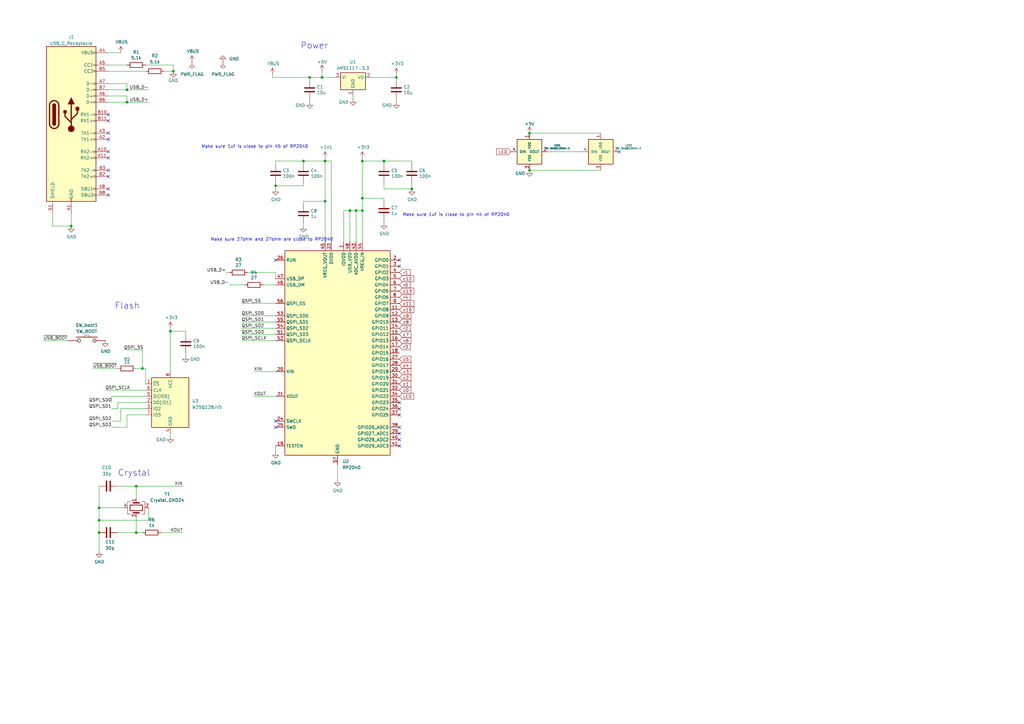
<source format=kicad_sch>
(kicad_sch (version 20230121) (generator eeschema)
  (paper "A3")
  (lib_symbols
    (symbol "Connector:USB_C_Receptacle" (pin_names (offset 1.016))
      (property "Reference" "J" (at -10.16 29.21 0))
      (property "Value" "USB_C_Receptacle" (at 10.16 29.21 0))
      (symbol "USB_C_Receptacle_1_1"
        (pin passive line (at 0 -40.64 90) (length 5.08) (name "GND") (number "A1"))
        (pin bidirectional line (at 15.24 -15.24 180) (length 5.08) (name "RX2-") (number "A10"))
        (pin bidirectional line (at 15.24 -17.78 180) (length 5.08) (name "RX2+") (number "A11"))
        (pin passive line (at 0 -40.64 90) (length 5.08) hide (name "GND") (number "A12"))
        (pin bidirectional line (at 15.24 -10.16 180) (length 5.08) (name "TX1+") (number "A2"))
        (pin bidirectional line (at 15.24 -7.62 180) (length 5.08) (name "TX1-") (number "A3"))
        (pin passive line (at 15.24 25.4 180) (length 5.08) (name "VBUS") (number "A4"))
        (pin bidirectional line (at 15.24 20.32 180) (length 5.08) (name "CC1") (number "A5"))
        (pin bidirectional line (at 15.24 7.62 180) (length 5.08) (name "D+") (number "A6"))
        (pin bidirectional line (at 15.24 12.7 180) (length 5.08) (name "D-") (number "A7"))
        (pin bidirectional line (at 15.24 -30.48 180) (length 5.08) (name "SBU1") (number "A8"))
        (pin passive line (at 15.24 25.4 180) (length 5.08) hide (name "VBUS") (number "A9"))
        (pin passive line (at 0 -40.64 90) (length 5.08) hide (name "GND") (number "B1"))
        (pin bidirectional line (at 15.24 0 180) (length 5.08) (name "RX1-") (number "B10"))
        (pin bidirectional line (at 15.24 -2.54 180) (length 5.08) (name "RX1+") (number "B11"))
        (pin passive line (at 0 -40.64 90) (length 5.08) hide (name "GND") (number "B12"))
        (pin bidirectional line (at 15.24 -25.4 180) (length 5.08) (name "TX2+") (number "B2"))
        (pin bidirectional line (at 15.24 -22.86 180) (length 5.08) (name "TX2-") (number "B3"))
        (pin passive line (at 15.24 25.4 180) (length 5.08) hide (name "VBUS") (number "B4"))
        (pin bidirectional line (at 15.24 17.78 180) (length 5.08) (name "CC2") (number "B5"))
        (pin bidirectional line (at 15.24 5.08 180) (length 5.08) (name "D+") (number "B6"))
        (pin bidirectional line (at 15.24 10.16 180) (length 5.08) (name "D-") (number "B7"))
        (pin bidirectional line (at 15.24 -33.02 180) (length 5.08) (name "SBU2") (number "B8"))
        (pin passive line (at 15.24 25.4 180) (length 5.08) hide (name "VBUS") (number "B9"))
        (pin passive line (at -7.62 -40.64 90) (length 5.08) (name "SHIELD") (number "S1"))
      )
    )
    (symbol "Device:C" (pin_numbers hide) (pin_names (offset 0.254))
      (property "Reference" "C" (at 0.635 2.54 0))
      (property "Value" "C" (at 0.635 -2.54 0))
      (symbol "C_1_1"
        (pin passive line (at 0 3.81 270) (length 2.794) (name "~") (number "1"))
        (pin passive line (at 0 -3.81 90) (length 2.794) (name "~") (number "2"))
      )
    )
    (symbol "Device:Crystal_GND24" (pin_names (offset 1.016) hide)
      (property "Reference" "Y" (at 3.175 5.08 0))
      (property "Value" "Crystal_GND24" (at 3.175 3.175 0))
      (symbol "Crystal_GND24_1_1"
        (pin passive line (at -3.81 0 0) (length 1.27) (name "1") (number "1"))
        (pin passive line (at 0 5.08 270) (length 1.27) (name "2") (number "2"))
        (pin passive line (at 3.81 0 180) (length 1.27) (name "3") (number "3"))
        (pin passive line (at 0 -5.08 90) (length 1.27) (name "4") (number "4"))
      )
    )
    (symbol "Device:D" (pin_numbers hide) (pin_names (offset 1.016) hide)
      (property "Reference" "D" (at 0 2.54 0))
      (property "Value" "D" (at 0 -2.54 0))
      (symbol "D_1_1"
        (pin passive line (at -3.81 0 0) (length 2.54) (name "K") (number "1"))
        (pin passive line (at 3.81 0 180) (length 2.54) (name "A") (number "2"))
      )
    )
    (symbol "Device:R" (pin_numbers hide) (pin_names (offset 0))
      (property "Reference" "R" (at 2.032 0 90))
      (property "Value" "R" (at 0 0 90))
      (symbol "R_1_1"
        (pin passive line (at 0 3.81 270) (length 1.27) (name "~") (number "1"))
        (pin passive line (at 0 -3.81 90) (length 1.27) (name "~") (number "2"))
      )
    )
    (symbol "MCU_RaspberryPi:RP2040"
      (property "Reference" "U" (at 17.78 45.72 0))
      (property "Value" "RP2040" (at 17.78 43.18 0))
      (symbol "RP2040_1_1"
        (pin power_in line (at 2.54 45.72 270) (length 3.81) (name "IOVDD") (number "1"))
        (pin passive line (at 2.54 45.72 270) (length 3.81) hide (name "IOVDD") (number "10"))
        (pin bidirectional line (at 25.4 17.78 180) (length 3.81) (name "GPIO8") (number "11"))
        (pin bidirectional line (at 25.4 15.24 180) (length 3.81) (name "GPIO9") (number "12"))
        (pin bidirectional line (at 25.4 12.7 180) (length 3.81) (name "GPIO10") (number "13"))
        (pin bidirectional line (at 25.4 10.16 180) (length 3.81) (name "GPIO11") (number "14"))
        (pin bidirectional line (at 25.4 7.62 180) (length 3.81) (name "GPIO12") (number "15"))
        (pin bidirectional line (at 25.4 5.08 180) (length 3.81) (name "GPIO13") (number "16"))
        (pin bidirectional line (at 25.4 2.54 180) (length 3.81) (name "GPIO14") (number "17"))
        (pin bidirectional line (at 25.4 0 180) (length 3.81) (name "GPIO15") (number "18"))
        (pin input line (at -25.4 -38.1 0) (length 3.81) (name "TESTEN") (number "19"))
        (pin bidirectional line (at 25.4 38.1 180) (length 3.81) (name "GPIO0") (number "2"))
        (pin input line (at -25.4 -7.62 0) (length 3.81) (name "XIN") (number "20"))
        (pin passive line (at -25.4 -17.78 0) (length 3.81) (name "XOUT") (number "21"))
        (pin passive line (at 2.54 45.72 270) (length 3.81) hide (name "IOVDD") (number "22"))
        (pin power_in line (at -2.54 45.72 270) (length 3.81) (name "DVDD") (number "23"))
        (pin input line (at -25.4 -27.94 0) (length 3.81) (name "SWCLK") (number "24"))
        (pin bidirectional line (at -25.4 -30.48 0) (length 3.81) (name "SWD") (number "25"))
        (pin input line (at -25.4 38.1 0) (length 3.81) (name "RUN") (number "26"))
        (pin bidirectional line (at 25.4 -2.54 180) (length 3.81) (name "GPIO16") (number "27"))
        (pin bidirectional line (at 25.4 -5.08 180) (length 3.81) (name "GPIO17") (number "28"))
        (pin bidirectional line (at 25.4 -7.62 180) (length 3.81) (name "GPIO18") (number "29"))
        (pin bidirectional line (at 25.4 35.56 180) (length 3.81) (name "GPIO1") (number "3"))
        (pin bidirectional line (at 25.4 -10.16 180) (length 3.81) (name "GPIO19") (number "30"))
        (pin bidirectional line (at 25.4 -12.7 180) (length 3.81) (name "GPIO20") (number "31"))
        (pin bidirectional line (at 25.4 -15.24 180) (length 3.81) (name "GPIO21") (number "32"))
        (pin passive line (at 2.54 45.72 270) (length 3.81) hide (name "IOVDD") (number "33"))
        (pin bidirectional line (at 25.4 -17.78 180) (length 3.81) (name "GPIO22") (number "34"))
        (pin bidirectional line (at 25.4 -20.32 180) (length 3.81) (name "GPIO23") (number "35"))
        (pin bidirectional line (at 25.4 -22.86 180) (length 3.81) (name "GPIO24") (number "36"))
        (pin bidirectional line (at 25.4 -25.4 180) (length 3.81) (name "GPIO25") (number "37"))
        (pin bidirectional line (at 25.4 -30.48 180) (length 3.81) (name "GPIO26_ADC0") (number "38"))
        (pin bidirectional line (at 25.4 -33.02 180) (length 3.81) (name "GPIO27_ADC1") (number "39"))
        (pin bidirectional line (at 25.4 33.02 180) (length 3.81) (name "GPIO2") (number "4"))
        (pin bidirectional line (at 25.4 -35.56 180) (length 3.81) (name "GPIO28_ADC2") (number "40"))
        (pin bidirectional line (at 25.4 -38.1 180) (length 3.81) (name "GPIO29_ADC3") (number "41"))
        (pin passive line (at 2.54 45.72 270) (length 3.81) hide (name "IOVDD") (number "42"))
        (pin power_in line (at 7.62 45.72 270) (length 3.81) (name "ADC_AVDD") (number "43"))
        (pin power_in line (at 10.16 45.72 270) (length 3.81) (name "VREG_IN") (number "44"))
        (pin power_out line (at -5.08 45.72 270) (length 3.81) (name "VREG_VOUT") (number "45"))
        (pin bidirectional line (at -25.4 27.94 0) (length 3.81) (name "USB_DM") (number "46"))
        (pin bidirectional line (at -25.4 30.48 0) (length 3.81) (name "USB_DP") (number "47"))
        (pin power_in line (at 5.08 45.72 270) (length 3.81) (name "USB_VDD") (number "48"))
        (pin passive line (at 2.54 45.72 270) (length 3.81) hide (name "IOVDD") (number "49"))
        (pin bidirectional line (at 25.4 30.48 180) (length 3.81) (name "GPIO3") (number "5"))
        (pin passive line (at -2.54 45.72 270) (length 3.81) hide (name "DVDD") (number "50"))
        (pin bidirectional line (at -25.4 7.62 0) (length 3.81) (name "QSPI_SD3") (number "51"))
        (pin output line (at -25.4 5.08 0) (length 3.81) (name "QSPI_SCLK") (number "52"))
        (pin bidirectional line (at -25.4 15.24 0) (length 3.81) (name "QSPI_SD0") (number "53"))
        (pin bidirectional line (at -25.4 10.16 0) (length 3.81) (name "QSPI_SD2") (number "54"))
        (pin bidirectional line (at -25.4 12.7 0) (length 3.81) (name "QSPI_SD1") (number "55"))
        (pin bidirectional line (at -25.4 20.32 0) (length 3.81) (name "QSPI_SS") (number "56"))
        (pin power_in line (at 0 -45.72 90) (length 3.81) (name "GND") (number "57"))
        (pin bidirectional line (at 25.4 27.94 180) (length 3.81) (name "GPIO4") (number "6"))
        (pin bidirectional line (at 25.4 25.4 180) (length 3.81) (name "GPIO5") (number "7"))
        (pin bidirectional line (at 25.4 22.86 180) (length 3.81) (name "GPIO6") (number "8"))
        (pin bidirectional line (at 25.4 20.32 180) (length 3.81) (name "GPIO7") (number "9"))
      )
    )
    (symbol "Memory_Flash:W25Q128JVS"
      (property "Reference" "U" (at -8.89 8.89 0))
      (property "Value" "W25Q128JVS" (at 7.62 8.89 0))
      (symbol "W25Q128JVS_1_1"
        (pin input line (at -10.16 7.62 0) (length 2.54) (name "~{CS}") (number "1"))
        (pin bidirectional line (at -10.16 0 0) (length 2.54) (name "DO(IO1)") (number "2"))
        (pin bidirectional line (at -10.16 -2.54 0) (length 2.54) (name "IO2") (number "3"))
        (pin power_in line (at 0 -12.7 90) (length 2.54) (name "GND") (number "4"))
        (pin bidirectional line (at -10.16 2.54 0) (length 2.54) (name "DI(IO0)") (number "5"))
        (pin input line (at -10.16 5.08 0) (length 2.54) (name "CLK") (number "6"))
        (pin bidirectional line (at -10.16 -5.08 0) (length 2.54) (name "IO3") (number "7"))
        (pin power_in line (at 0 12.7 270) (length 2.54) (name "VCC") (number "8"))
      )
    )
    (symbol "Regulator_Linear:AMS1117-3.3"
      (property "Reference" "U" (at -3.81 3.175 0))
      (property "Value" "AMS1117-3.3" (at 0 3.175 0))
      (symbol "AMS1117-3.3_1_1"
        (pin power_in line (at 0 -7.62 90) (length 2.54) (name "GND") (number "1"))
        (pin power_out line (at 7.62 0 180) (length 2.54) (name "VO") (number "2"))
        (pin power_in line (at -7.62 0 0) (length 2.54) (name "VI") (number "3"))
      )
    )
    (symbol "foostan:SW_PUSH" (pin_numbers hide) (pin_names (offset 1.016) hide)
      (property "Reference" "SW" (at 3.81 2.794 0))
      (property "Value" "SW_PUSH" (at 0 -2.032 0))
      (symbol "SW_PUSH_0_1"
        (pin passive inverted (at -7.62 0 0) (length 5.08) (name "1") (number "1"))
        (pin passive inverted (at 7.62 0 180) (length 5.08) (name "2") (number "2"))
      )
    )
    (symbol "kbd:YS-SK6812MINI-E" (pin_names (offset 1.016))
      (property "Reference" "LED" (at 2.54 -7.62 0))
      (property "Value" "YS-SK6812MINI-E" (at 6.35 -6.35 0))
      (symbol "YS-SK6812MINI-E_1_1"
        (pin power_in line (at 0 7.62 270) (length 2.54) (name "VDD") (number "1"))
        (pin output line (at 7.62 0 180) (length 2.54) (name "DOUT") (number "2"))
        (pin power_in line (at 0 -7.62 90) (length 2.54) (name "VSS") (number "3"))
        (pin input line (at -7.62 0 0) (length 2.54) (name "DIN") (number "4"))
      )
    )
    (symbol "power:+1V1" (power) (pin_names (offset 0))
      (property "Value" "+1V1" (at 0 3.556 0))
      (symbol "+1V1_1_1"
        (pin power_in line (at 0 0 90) (length 0) hide (name "+1V1") (number "1"))
      )
    )
    (symbol "power:+3V3" (power) (pin_names (offset 0))
      (property "Value" "+3V3" (at 0 3.556 0))
      (symbol "+3V3_1_1"
        (pin power_in line (at 0 0 90) (length 0) hide (name "+3V3") (number "1"))
      )
    )
    (symbol "power:+5V" (power) (pin_names (offset 0))
      (property "Value" "+5V" (at 0 3.556 0))
      (symbol "+5V_1_1"
        (pin power_in line (at 0 0 90) (length 0) hide (name "+5V") (number "1"))
      )
    )
    (symbol "power:GND" (power) (pin_names (offset 0))
      (property "Value" "GND" (at 0 -3.81 0))
      (symbol "GND_1_1"
        (pin power_in line (at 0 0 270) (length 0) hide (name "GND") (number "1"))
      )
    )
    (symbol "power:PWR_FLAG" (power) (pin_numbers hide) (pin_names (offset 0) hide)
      (property "Value" "PWR_FLAG" (at 0 3.81 0))
      (symbol "PWR_FLAG_0_0"
        (pin power_out line (at 0 0 90) (length 0) (name "pwr") (number "1"))
      )
    )
    (symbol "power:VBUS" (power) (pin_names (offset 0))
      (property "Value" "VBUS" (at 0 3.81 0))
      (symbol "VBUS_1_1"
        (pin power_in line (at 0 0 90) (length 0) hide (name "VBUS") (number "1"))
      )
    )
  )
  (junction (at 177.8 -111.76))
  (junction (at 127 -86.36))
  (junction (at 330.2 -86.36))
  (junction (at 55.88 218.44))
  (junction (at 203.2 -10.16))
  (junction (at 101.6 -111.76))
  (junction (at 127 -10.16))
  (junction (at 254 -60.96))
  (junction (at 162.56 -68.58))
  (junction (at 365.76 -68.58))
  (junction (at 187.96 -68.58))
  (junction (at 111.76 -119.38))
  (junction (at 203.2 -35.56))
  (junction (at 213.36 -68.58))
  (junction (at 187.96 -93.98))
  (junction (at 177.8 -86.36))
  (junction (at 213.36 -93.98))
  (junction (at 76.2 -111.76))
  (junction (at 203.2 -111.76))
  (junction (at 76.2 -10.16))
  (junction (at 304.8 -60.96))
  (junction (at 168.91 77.47))
  (junction (at 279.4 -60.96))
  (junction (at 152.4 -35.56))
  (junction (at 86.36 -43.18))
  (junction (at 365.76 -119.38))
  (junction (at 132.08 31.75))
  (junction (at 35.56 -43.18))
  (junction (at 76.2 -35.56))
  (junction (at 40.64 213.36))
  (junction (at 101.6 -35.56))
  (junction (at 146.05 86.36))
  (junction (at 69.85 135.89))
  (junction (at 50.8 -60.96))
  (junction (at 314.96 -119.38))
  (junction (at 35.56 -93.98))
  (junction (at 340.36 -93.98))
  (junction (at 355.6 -10.16))
  (junction (at 228.6 -111.76))
  (junction (at 35.56 -119.38))
  (junction (at 111.76 -93.98))
  (junction (at 29.21 92.71))
  (junction (at 264.16 -119.38))
  (junction (at 304.8 -111.76))
  (junction (at 304.8 -86.36))
  (junction (at 279.4 -111.76))
  (junction (at 40.64 208.28))
  (junction (at 86.36 -93.98))
  (junction (at 228.6 -10.16))
  (junction (at 279.4 -86.36))
  (junction (at 254 -86.36))
  (junction (at 137.16 -43.18))
  (junction (at 127 -35.56))
  (junction (at 148.59 66.04))
  (junction (at 330.2 -60.96))
  (junction (at 330.2 -10.16))
  (junction (at 217.17 54.61))
  (junction (at 238.76 -93.98))
  (junction (at 213.36 -43.18))
  (junction (at 289.56 -93.98))
  (junction (at 52.07 36.83))
  (junction (at 314.96 -93.98))
  (junction (at 162.56 -93.98))
  (junction (at 264.16 -93.98))
  (junction (at 238.76 -43.18))
  (junction (at 101.6 -86.36))
  (junction (at 228.6 -35.56))
  (junction (at 365.76 -93.98))
  (junction (at 238.76 -119.38))
  (junction (at 304.8 -35.56))
  (junction (at 152.4 -10.16))
  (junction (at 60.96 -93.98))
  (junction (at 127 31.75))
  (junction (at 152.4 -111.76))
  (junction (at 355.6 -86.36))
  (junction (at 203.2 -60.96))
  (junction (at 254 -35.56))
  (junction (at 133.35 66.04))
  (junction (at 137.16 -119.38))
  (junction (at 137.16 -68.58))
  (junction (at 355.6 -111.76))
  (junction (at 86.36 -119.38))
  (junction (at 238.76 -68.58))
  (junction (at 187.96 -119.38))
  (junction (at 157.48 66.04))
  (junction (at 162.56 -43.18))
  (junction (at 177.8 -60.96))
  (junction (at 101.6 -60.96))
  (junction (at 124.46 66.04))
  (junction (at 177.8 -35.56))
  (junction (at 40.64 218.44))
  (junction (at 50.8 -111.76))
  (junction (at 365.76 -43.18))
  (junction (at 279.4 -35.56))
  (junction (at 187.96 -43.18))
  (junction (at 213.36 -119.38))
  (junction (at 289.56 -68.58))
  (junction (at 60.96 -119.38))
  (junction (at 60.96 -43.18))
  (junction (at 60.96 -68.58))
  (junction (at 137.16 -93.98))
  (junction (at 203.2 -86.36))
  (junction (at 304.8 -10.16))
  (junction (at 264.16 -68.58))
  (junction (at 52.07 41.91))
  (junction (at 76.2 -60.96))
  (junction (at 162.56 31.75))
  (junction (at 101.6 -10.16))
  (junction (at 86.36 -68.58))
  (junction (at 76.2 -86.36))
  (junction (at 254 -111.76))
  (junction (at 254 -10.16))
  (junction (at 111.76 -68.58))
  (junction (at 148.59 86.36))
  (junction (at 35.56 -68.58))
  (junction (at 58.42 151.13))
  (junction (at 228.6 -86.36))
  (junction (at 50.8 -35.56))
  (junction (at 330.2 -35.56))
  (junction (at 314.96 -68.58))
  (junction (at 314.96 -43.18))
  (junction (at 71.12 29.21))
  (junction (at 133.35 82.55))
  (junction (at 340.36 -119.38))
  (junction (at 127 -60.96))
  (junction (at 152.4 -86.36))
  (junction (at 289.56 -119.38))
  (junction (at 330.2 -111.76))
  (junction (at 50.8 -86.36))
  (junction (at 143.51 86.36))
  (junction (at 152.4 -60.96))
  (junction (at 113.03 76.2))
  (junction (at 289.56 -43.18))
  (junction (at 111.76 -43.18))
  (junction (at 217.17 69.85))
  (junction (at 55.88 199.39))
  (junction (at 148.59 81.28))
  (junction (at 228.6 -60.96))
  (junction (at 127 -111.76))
  (junction (at 162.56 -119.38))
  (junction (at 50.8 -10.16))
  (no_connect (at 44.45 69.85))
  (no_connect (at 163.83 109.22))
  (no_connect (at 113.03 172.72))
  (no_connect (at 44.45 46.99))
  (no_connect (at 44.45 77.47))
  (no_connect (at 254 62.23))
  (no_connect (at 44.45 49.53))
  (no_connect (at 163.83 180.34))
  (no_connect (at 44.45 80.01))
  (no_connect (at 163.83 170.18))
  (no_connect (at 44.45 64.77))
  (no_connect (at 163.83 167.64))
  (no_connect (at 44.45 72.39))
  (no_connect (at 163.83 177.8))
  (no_connect (at 44.45 54.61))
  (no_connect (at 113.03 106.68))
  (no_connect (at 163.83 165.1))
  (no_connect (at 44.45 62.23))
  (no_connect (at 163.83 175.26))
  (no_connect (at 163.83 182.88))
  (no_connect (at 163.83 106.68))
  (no_connect (at 44.45 57.15))
  (no_connect (at 113.03 175.26))
  (wire (pts (xy 355.6 -86.36) (xy 381 -86.36)))
  (wire (pts (xy 59.69 162.56) (xy 45.72 162.56)))
  (wire (pts (xy 148.59 81.28) (xy 157.48 81.28)))
  (wire (pts (xy 17.78 139.7) (xy 27.94 139.7)))
  (wire (pts (xy 44.45 29.21) (xy 59.69 29.21)))
  (wire (pts (xy 137.16 -144.78) (xy 137.16 -119.38)))
  (wire (pts (xy 330.2 -111.76) (xy 355.6 -111.76)))
  (wire (pts (xy 148.59 66.04) (xy 157.48 66.04)))
  (wire (pts (xy 144.78 39.37) (xy 144.78 40.64)))
  (wire (pts (xy 127 -10.16) (xy 152.4 -10.16)))
  (wire (pts (xy 340.36 -119.38) (xy 340.36 -93.98)))
  (wire (pts (xy 127 -86.36) (xy 152.4 -86.36)))
  (wire (pts (xy 152.4 -86.36) (xy 177.8 -86.36)))
  (wire (pts (xy 148.59 64.77) (xy 148.59 66.04)))
  (wire (pts (xy 21.59 92.71) (xy 29.21 92.71)))
  (wire (pts (xy 55.88 199.39) (xy 74.93 199.39)))
  (wire (pts (xy 113.03 76.2) (xy 124.46 76.2)))
  (wire (pts (xy 40.64 199.39) (xy 40.64 208.28)))
  (wire (pts (xy 52.07 26.67) (xy 44.45 26.67)))
  (wire (pts (xy 157.48 90.17) (xy 157.48 91.44)))
  (wire (pts (xy 177.8 -86.36) (xy 203.2 -86.36)))
  (wire (pts (xy 40.64 208.28) (xy 40.64 213.36)))
  (wire (pts (xy 213.36 -93.98) (xy 213.36 -68.58)))
  (wire (pts (xy 355.6 -111.76) (xy 381 -111.76)))
  (wire (pts (xy 365.76 -43.18) (xy 365.76 -17.78)))
  (wire (pts (xy 162.56 -144.78) (xy 162.56 -119.38)))
  (wire (pts (xy 52.07 34.29) (xy 52.07 36.83)))
  (wire (pts (xy 187.96 -68.58) (xy 187.96 -43.18)))
  (wire (pts (xy 132.08 29.21) (xy 132.08 31.75)))
  (wire (pts (xy 86.36 -119.38) (xy 86.36 -93.98)))
  (wire (pts (xy 279.4 -111.76) (xy 304.8 -111.76)))
  (wire (pts (xy 99.06 129.54) (xy 113.03 129.54)))
  (wire (pts (xy 254 -60.96) (xy 279.4 -60.96)))
  (wire (pts (xy 177.8 -60.96) (xy 203.2 -60.96)))
  (wire (pts (xy 101.6 -111.76) (xy 127 -111.76)))
  (wire (pts (xy 140.97 86.36) (xy 143.51 86.36)))
  (wire (pts (xy 203.2 -60.96) (xy 228.6 -60.96)))
  (wire (pts (xy 24.13 -111.76) (xy 50.8 -111.76)))
  (wire (pts (xy 50.8 -10.16) (xy 76.2 -10.16)))
  (wire (pts (xy 157.48 74.93) (xy 157.48 77.47)))
  (wire (pts (xy 86.36 -93.98) (xy 86.36 -68.58)))
  (wire (pts (xy 52.07 36.83) (xy 60.96 36.83)))
  (wire (pts (xy 55.88 204.47) (xy 55.88 199.39)))
  (wire (pts (xy 217.17 69.85) (xy 246.38 69.85)))
  (wire (pts (xy 113.03 74.93) (xy 113.03 76.2)))
  (wire (pts (xy 162.56 -68.58) (xy 162.56 -43.18)))
  (wire (pts (xy 365.76 -144.78) (xy 365.76 -119.38)))
  (wire (pts (xy 35.56 -144.78) (xy 35.56 -119.38)))
  (wire (pts (xy 289.56 -144.78) (xy 289.56 -119.38)))
  (wire (pts (xy 304.8 -111.76) (xy 330.2 -111.76)))
  (wire (pts (xy 228.6 -10.16) (xy 254 -10.16)))
  (wire (pts (xy 35.56 -119.38) (xy 35.56 -93.98)))
  (wire (pts (xy 162.56 -93.98) (xy 162.56 -68.58)))
  (wire (pts (xy 203.2 -35.56) (xy 228.6 -35.56)))
  (wire (pts (xy 50.8 -35.56) (xy 76.2 -35.56)))
  (wire (pts (xy 24.13 -86.36) (xy 50.8 -86.36)))
  (wire (pts (xy 254 -10.16) (xy 304.8 -10.16)))
  (wire (pts (xy 101.6 -10.16) (xy 127 -10.16)))
  (wire (pts (xy 162.56 -119.38) (xy 162.56 -93.98)))
  (wire (pts (xy 35.56 -93.98) (xy 35.56 -68.58)))
  (wire (pts (xy 59.69 167.64) (xy 49.53 167.64)))
  (wire (pts (xy 48.26 167.64) (xy 48.26 165.1)))
  (wire (pts (xy 254 -111.76) (xy 279.4 -111.76)))
  (wire (pts (xy 152.4 -60.96) (xy 177.8 -60.96)))
  (wire (pts (xy 187.96 -144.78) (xy 187.96 -119.38)))
  (wire (pts (xy 264.16 -68.58) (xy 264.16 -43.18)))
  (wire (pts (xy 21.59 87.63) (xy 21.59 92.71)))
  (wire (pts (xy 99.06 132.08) (xy 113.03 132.08)))
  (wire (pts (xy 124.46 66.04) (xy 133.35 66.04)))
  (wire (pts (xy 48.26 165.1) (xy 59.69 165.1)))
  (wire (pts (xy 43.18 160.02) (xy 59.69 160.02)))
  (wire (pts (xy 52.07 39.37) (xy 52.07 41.91)))
  (wire (pts (xy 44.45 36.83) (xy 52.07 36.83)))
  (wire (pts (xy 137.16 -68.58) (xy 137.16 -43.18)))
  (wire (pts (xy 365.76 -119.38) (xy 365.76 -93.98)))
  (wire (pts (xy 228.6 -86.36) (xy 254 -86.36)))
  (wire (pts (xy 314.96 -68.58) (xy 314.96 -43.18)))
  (wire (pts (xy 124.46 91.44) (xy 124.46 92.71)))
  (wire (pts (xy 213.36 -68.58) (xy 213.36 -43.18)))
  (wire (pts (xy 162.56 33.02) (xy 162.56 31.75)))
  (wire (pts (xy 254 -86.36) (xy 279.4 -86.36)))
  (wire (pts (xy 38.1 151.13) (xy 48.26 151.13)))
  (wire (pts (xy 137.16 -93.98) (xy 137.16 -68.58)))
  (wire (pts (xy 135.89 66.04) (xy 133.35 66.04)))
  (wire (pts (xy 330.2 -35.56) (xy 381 -35.56)))
  (wire (pts (xy 213.36 -119.38) (xy 213.36 -93.98)))
  (wire (pts (xy 58.42 143.51) (xy 58.42 151.13)))
  (wire (pts (xy 111.76 31.75) (xy 127 31.75)))
  (wire (pts (xy 168.91 67.31) (xy 168.91 66.04)))
  (wire (pts (xy 44.45 39.37) (xy 52.07 39.37)))
  (wire (pts (xy 304.8 -60.96) (xy 330.2 -60.96)))
  (wire (pts (xy 60.96 -43.18) (xy 60.96 -17.78)))
  (wire (pts (xy 127 33.02) (xy 127 31.75)))
  (wire (pts (xy 157.48 66.04) (xy 168.91 66.04)))
  (wire (pts (xy 314.96 -119.38) (xy 314.96 -93.98)))
  (wire (pts (xy 99.06 134.62) (xy 113.03 134.62)))
  (wire (pts (xy 124.46 67.31) (xy 124.46 66.04)))
  (wire (pts (xy 152.4 -35.56) (xy 177.8 -35.56)))
  (wire (pts (xy 113.03 66.04) (xy 124.46 66.04)))
  (wire (pts (xy 228.6 -35.56) (xy 254 -35.56)))
  (wire (pts (xy 330.2 -60.96) (xy 381 -60.96)))
  (wire (pts (xy 157.48 82.55) (xy 157.48 81.28)))
  (wire (pts (xy 168.91 74.93) (xy 168.91 77.47)))
  (wire (pts (xy 132.08 31.75) (xy 127 31.75)))
  (wire (pts (xy 111.76 -144.78) (xy 111.76 -119.38)))
  (wire (pts (xy 76.2 -86.36) (xy 101.6 -86.36)))
  (wire (pts (xy 59.69 26.67) (xy 71.12 26.67)))
  (wire (pts (xy 69.85 177.8) (xy 69.85 179.07)))
  (wire (pts (xy 304.8 -10.16) (xy 330.2 -10.16)))
  (wire (pts (xy 177.8 -35.56) (xy 203.2 -35.56)))
  (wire (pts (xy 52.07 41.91) (xy 60.96 41.91)))
  (wire (pts (xy 133.35 64.77) (xy 133.35 66.04)))
  (wire (pts (xy 133.35 82.55) (xy 133.35 99.06)))
  (wire (pts (xy 49.53 172.72) (xy 45.72 172.72)))
  (wire (pts (xy 86.36 -144.78) (xy 86.36 -119.38)))
  (wire (pts (xy 60.96 208.28) (xy 60.96 213.36)))
  (wire (pts (xy 24.13 -10.16) (xy 50.8 -10.16)))
  (wire (pts (xy 137.16 -43.18) (xy 137.16 -17.78)))
  (wire (pts (xy 135.89 99.06) (xy 135.89 66.04)))
  (wire (pts (xy 60.96 -93.98) (xy 60.96 -68.58)))
  (wire (pts (xy 50.8 -111.76) (xy 76.2 -111.76)))
  (wire (pts (xy 137.16 -119.38) (xy 137.16 -93.98)))
  (wire (pts (xy 113.03 124.46) (xy 99.06 124.46)))
  (wire (pts (xy 69.85 134.62) (xy 69.85 135.89)))
  (wire (pts (xy 76.2 -35.56) (xy 101.6 -35.56)))
  (wire (pts (xy 162.56 -43.18) (xy 162.56 -17.78)))
  (wire (pts (xy 111.76 -119.38) (xy 111.76 -93.98)))
  (wire (pts (xy 52.07 41.91) (xy 44.45 41.91)))
  (wire (pts (xy 217.17 54.61) (xy 246.38 54.61)))
  (wire (pts (xy 107.95 116.84) (xy 113.03 116.84)))
  (wire (pts (xy 45.72 167.64) (xy 48.26 167.64)))
  (wire (pts (xy 133.35 66.04) (xy 133.35 82.55)))
  (wire (pts (xy 148.59 81.28) (xy 148.59 86.36)))
  (wire (pts (xy 143.51 86.36) (xy 143.51 99.06)))
  (wire (pts (xy 76.2 135.89) (xy 69.85 135.89)))
  (wire (pts (xy 340.36 -93.98) (xy 340.36 -17.78)))
  (wire (pts (xy 279.4 -60.96) (xy 304.8 -60.96)))
  (wire (pts (xy 76.2 -10.16) (xy 101.6 -10.16)))
  (wire (pts (xy 111.76 -68.58) (xy 111.76 -43.18)))
  (wire (pts (xy 203.2 -86.36) (xy 228.6 -86.36)))
  (wire (pts (xy 203.2 -10.16) (xy 228.6 -10.16)))
  (wire (pts (xy 60.96 -144.78) (xy 60.96 -119.38)))
  (wire (pts (xy 140.97 86.36) (xy 140.97 99.06)))
  (wire (pts (xy 127 -35.56) (xy 152.4 -35.56)))
  (wire (pts (xy 355.6 -10.16) (xy 381 -10.16)))
  (wire (pts (xy 66.04 218.44) (xy 74.93 218.44)))
  (wire (pts (xy 177.8 -111.76) (xy 203.2 -111.76)))
  (wire (pts (xy 365.76 -68.58) (xy 365.76 -43.18)))
  (wire (pts (xy 137.16 31.75) (xy 132.08 31.75)))
  (wire (pts (xy 304.8 -86.36) (xy 330.2 -86.36)))
  (wire (pts (xy 228.6 -111.76) (xy 254 -111.76)))
  (wire (pts (xy 238.76 -119.38) (xy 238.76 -93.98)))
  (wire (pts (xy 111.76 -43.18) (xy 111.76 -17.78)))
  (wire (pts (xy 49.53 167.64) (xy 49.53 172.72)))
  (wire (pts (xy 86.36 -68.58) (xy 86.36 -43.18)))
  (wire (pts (xy 111.76 -93.98) (xy 111.76 -68.58)))
  (wire (pts (xy 340.36 -144.78) (xy 340.36 -119.38)))
  (wire (pts (xy 279.4 -86.36) (xy 304.8 -86.36)))
  (wire (pts (xy 187.96 -93.98) (xy 187.96 -68.58)))
  (wire (pts (xy 330.2 -10.16) (xy 355.6 -10.16)))
  (wire (pts (xy 113.03 162.56) (xy 104.14 162.56)))
  (wire (pts (xy 162.56 31.75) (xy 162.56 30.48)))
  (wire (pts (xy 50.8 -86.36) (xy 76.2 -86.36)))
  (wire (pts (xy 228.6 -60.96) (xy 254 -60.96)))
  (wire (pts (xy 40.64 218.44) (xy 40.64 226.06)))
  (wire (pts (xy 71.12 26.67) (xy 71.12 29.21)))
  (wire (pts (xy 187.96 -119.38) (xy 187.96 -93.98)))
  (wire (pts (xy 113.03 182.88) (xy 113.03 185.42)))
  (wire (pts (xy 304.8 -35.56) (xy 330.2 -35.56)))
  (wire (pts (xy 111.76 30.48) (xy 111.76 31.75)))
  (wire (pts (xy 314.96 -93.98) (xy 314.96 -68.58)))
  (wire (pts (xy 101.6 -60.96) (xy 127 -60.96)))
  (wire (pts (xy 365.76 -93.98) (xy 365.76 -68.58)))
  (wire (pts (xy 29.21 87.63) (xy 29.21 92.71)))
  (wire (pts (xy 35.56 -43.18) (xy 35.56 -17.78)))
  (wire (pts (xy 99.06 137.16) (xy 113.03 137.16)))
  (wire (pts (xy 101.6 111.76) (xy 113.03 111.76)))
  (wire (pts (xy 148.59 66.04) (xy 148.59 81.28)))
  (wire (pts (xy 50.8 -60.96) (xy 76.2 -60.96)))
  (wire (pts (xy 127 -111.76) (xy 152.4 -111.76)))
  (wire (pts (xy 60.96 -68.58) (xy 60.96 -43.18)))
  (wire (pts (xy 76.2 137.16) (xy 76.2 135.89)))
  (wire (pts (xy 238.76 -68.58) (xy 238.76 -43.18)))
  (wire (pts (xy 76.2 -60.96) (xy 101.6 -60.96)))
  (wire (pts (xy 203.2 -111.76) (xy 228.6 -111.76)))
  (wire (pts (xy 92.71 111.76) (xy 93.98 111.76)))
  (wire (pts (xy 148.59 86.36) (xy 148.59 99.06)))
  (wire (pts (xy 289.56 -43.18) (xy 289.56 -17.78)))
  (wire (pts (xy 264.16 -119.38) (xy 264.16 -93.98)))
  (wire (pts (xy 40.64 213.36) (xy 40.64 218.44)))
  (wire (pts (xy 138.43 190.5) (xy 138.43 196.85)))
  (wire (pts (xy 55.88 199.39) (xy 48.26 199.39)))
  (wire (pts (xy 289.56 -93.98) (xy 289.56 -68.58)))
  (wire (pts (xy 289.56 -68.58) (xy 289.56 -43.18)))
  (wire (pts (xy 238.76 -144.78) (xy 238.76 -119.38)))
  (wire (pts (xy 35.56 -68.58) (xy 35.56 -43.18)))
  (wire (pts (xy 289.56 -119.38) (xy 289.56 -93.98)))
  (wire (pts (xy 52.07 170.18) (xy 59.69 170.18)))
  (wire (pts (xy 279.4 -35.56) (xy 304.8 -35.56)))
  (wire (pts (xy 152.4 31.75) (xy 162.56 31.75)))
  (wire (pts (xy 127 -60.96) (xy 152.4 -60.96)))
  (wire (pts (xy 113.03 139.7) (xy 99.06 139.7)))
  (wire (pts (xy 60.96 213.36) (xy 40.64 213.36)))
  (wire (pts (xy 314.96 -144.78) (xy 314.96 -119.38)))
  (wire (pts (xy 86.36 -43.18) (xy 86.36 -17.78)))
  (wire (pts (xy 238.76 62.23) (xy 224.79 62.23)))
  (wire (pts (xy 76.2 144.78) (xy 76.2 146.05)))
  (wire (pts (xy 55.88 218.44) (xy 58.42 218.44)))
  (wire (pts (xy 146.05 99.06) (xy 146.05 86.36)))
  (wire (pts (xy 93.98 116.84) (xy 100.33 116.84)))
  (wire (pts (xy 143.51 86.36) (xy 146.05 86.36)))
  (wire (pts (xy 264.16 -93.98) (xy 264.16 -68.58)))
  (wire (pts (xy 24.13 -35.56) (xy 50.8 -35.56)))
  (wire (pts (xy 40.64 208.28) (xy 50.8 208.28)))
  (wire (pts (xy 330.2 -86.36) (xy 355.6 -86.36)))
  (wire (pts (xy 238.76 -43.18) (xy 238.76 -17.78)))
  (wire (pts (xy 58.42 143.51) (xy 50.8 143.51)))
  (wire (pts (xy 127 40.64) (xy 127 41.91)))
  (wire (pts (xy 49.53 21.59) (xy 44.45 21.59)))
  (wire (pts (xy 152.4 -10.16) (xy 203.2 -10.16)))
  (wire (pts (xy 24.13 -60.96) (xy 50.8 -60.96)))
  (wire (pts (xy 45.72 175.26) (xy 52.07 175.26)))
  (wire (pts (xy 314.96 -43.18) (xy 314.96 -17.78)))
  (wire (pts (xy 45.72 162.56) (xy 45.72 165.1)))
  (wire (pts (xy 213.36 -144.78) (xy 213.36 -119.38)))
  (wire (pts (xy 71.12 29.21) (xy 67.31 29.21)))
  (wire (pts (xy 58.42 151.13) (xy 59.69 151.13)))
  (wire (pts (xy 146.05 86.36) (xy 148.59 86.36)))
  (wire (pts (xy 113.03 67.31) (xy 113.03 66.04)))
  (wire (pts (xy 76.2 -111.76) (xy 101.6 -111.76)))
  (wire (pts (xy 69.85 135.89) (xy 69.85 152.4)))
  (wire (pts (xy 254 -35.56) (xy 279.4 -35.56)))
  (wire (pts (xy 52.07 175.26) (xy 52.07 170.18)))
  (wire (pts (xy 48.26 218.44) (xy 55.88 218.44)))
  (wire (pts (xy 264.16 -144.78) (xy 264.16 -119.38)))
  (wire (pts (xy 55.88 151.13) (xy 58.42 151.13)))
  (wire (pts (xy 124.46 76.2) (xy 124.46 74.93)))
  (wire (pts (xy 59.69 151.13) (xy 59.69 157.48)))
  (wire (pts (xy 168.91 77.47) (xy 157.48 77.47)))
  (wire (pts (xy 162.56 40.64) (xy 162.56 41.91)))
  (wire (pts (xy 238.76 -93.98) (xy 238.76 -68.58)))
  (wire (pts (xy 101.6 -86.36) (xy 127 -86.36)))
  (wire (pts (xy 213.36 -43.18) (xy 213.36 -17.78)))
  (wire (pts (xy 124.46 82.55) (xy 133.35 82.55)))
  (wire (pts (xy 101.6 -35.56) (xy 127 -35.56)))
  (wire (pts (xy 55.88 212.09) (xy 55.88 218.44)))
  (wire (pts (xy 113.03 76.2) (xy 113.03 77.47)))
  (wire (pts (xy 113.03 111.76) (xy 113.03 114.3)))
  (wire (pts (xy 187.96 -43.18) (xy 187.96 -17.78)))
  (wire (pts (xy 124.46 83.82) (xy 124.46 82.55)))
  (wire (pts (xy 152.4 -111.76) (xy 177.8 -111.76)))
  (wire (pts (xy 60.96 -119.38) (xy 60.96 -93.98)))
  (wire (pts (xy 157.48 67.31) (xy 157.48 66.04)))
  (wire (pts (xy 104.14 152.4) (xy 113.03 152.4)))
  (wire (pts (xy 52.07 34.29) (xy 44.45 34.29)))
  (text "Power" (at 123.19 20.32 0) (effects (font (size 2.54 2.54)) (justify left bottom)))
  (text "Crystal" (at 48.26 195.58 0) (effects (font (size 2.54 2.54)) (justify left bottom)))
  (text "Make sure 27ohm and 27ohm are close to RP2040" (at 86.36 99.06 0) (effects (font (size 1.27 1.27)) (justify left bottom)))
  (text "Make sure 1uf is close to pin 45 of RP2040" (at 82.55 60.96 0) (effects (font (size 1.27 1.27)) (justify left bottom)))
  (text "Make sure 1uf is close to pin 44 of RP2040" (at 165.1 88.9 0) (effects (font (size 1.27 1.27)) (justify left bottom)))
  (text "Flash" (at 46.99 127 0) (effects (font (size 2.54 2.54)) (justify left bottom)))
  (label "QSPI_SD1" (at 99.06 132.08 0))
  (label "QSPI_SCLK" (at 43.18 160.02 0))
  (label "QSPI_SD0" (at 99.06 129.54 0))
  (label "QSPI_SD1" (at 45.72 167.64 180))
  (label "USB_D+" (at 60.96 41.91 180))
  (label "~{USB_BOOT}" (at 17.78 139.7 0))
  (label "QSPI_SS" (at 99.06 124.46 0))
  (label "XOUT" (at 104.14 162.56 0))
  (label "QSPI_SD2" (at 45.72 172.72 180))
  (label "USB_D-" (at 93.98 116.84 180))
  (label "QSPI_SS" (at 50.8 143.51 0))
  (label "QSPI_SD0" (at 45.72 165.1 180))
  (label "~{USB_BOOT}" (at 38.1 151.13 0))
  (label "XOUT" (at 74.93 218.44 180))
  (label "USB_D+" (at 92.71 111.76 180))
  (label "QSPI_SCLK" (at 99.06 139.7 0))
  (label "USB_D-" (at 60.96 36.83 180))
  (label "QSPI_SD3" (at 99.06 137.16 0))
  (label "QSPI_SD2" (at 99.06 134.62 0))
  (label "QSPI_SD3" (at 45.72 175.26 180))
  (label "XIN" (at 74.93 199.39 180))
  (label "XIN" (at 104.14 152.4 0))
  (global_label "c11" (shape input) (at 314.96 -144.78 90) (property "Intersheetrefs" "${INTERSHEET_REFS}" (effects hide)))
  (global_label "c5" (shape input) (at 162.56 -144.78 90) (property "Intersheetrefs" "${INTERSHEET_REFS}" (effects hide)))
  (global_label "c11" (shape input) (at 163.83 124.46 0) (property "Intersheetrefs" "${INTERSHEET_REFS}" (effects hide)))
  (global_label "r2" (shape input) (at 163.83 134.62 0) (property "Intersheetrefs" "${INTERSHEET_REFS}" (effects hide)))
  (global_label "c6" (shape input) (at 187.96 -144.78 90) (property "Intersheetrefs" "${INTERSHEET_REFS}" (effects hide)))
  (global_label "c13" (shape input) (at 365.76 -144.78 90) (property "Intersheetrefs" "${INTERSHEET_REFS}" (effects hide)))
  (global_label "LED" (shape input) (at 209.55 62.23 180) (property "Intersheetrefs" "${INTERSHEET_REFS}" (effects hide)))
  (global_label "c7" (shape input) (at 213.36 -144.78 90) (property "Intersheetrefs" "${INTERSHEET_REFS}" (effects hide)))
  (global_label "c9" (shape input) (at 163.83 129.54 0) (property "Intersheetrefs" "${INTERSHEET_REFS}" (effects hide)))
  (global_label "c0" (shape input) (at 35.56 -144.78 90) (property "Intersheetrefs" "${INTERSHEET_REFS}" (effects hide)))
  (global_label "c2" (shape input) (at 86.36 -144.78 90) (property "Intersheetrefs" "${INTERSHEET_REFS}" (effects hide)))
  (global_label "c10" (shape input) (at 289.56 -144.78 90) (property "Intersheetrefs" "${INTERSHEET_REFS}" (effects hide)))
  (global_label "c8" (shape input) (at 238.76 -144.78 90) (property "Intersheetrefs" "${INTERSHEET_REFS}" (effects hide)))
  (global_label "r1" (shape input) (at 163.83 111.76 0) (property "Intersheetrefs" "${INTERSHEET_REFS}" (effects hide)))
  (global_label "r0" (shape input) (at 24.13 -111.76 180) (property "Intersheetrefs" "${INTERSHEET_REFS}" (effects hide)))
  (global_label "r0" (shape input) (at 163.83 116.84 0) (property "Intersheetrefs" "${INTERSHEET_REFS}" (effects hide)))
  (global_label "c12" (shape input) (at 340.36 -144.78 90) (property "Intersheetrefs" "${INTERSHEET_REFS}" (effects hide)))
  (global_label "r2" (shape input) (at 24.13 -60.96 180) (property "Intersheetrefs" "${INTERSHEET_REFS}" (effects hide)))
  (global_label "r1" (shape input) (at 24.13 -86.36 180) (property "Intersheetrefs" "${INTERSHEET_REFS}" (effects hide)))
  (global_label "c10" (shape input) (at 163.83 127 0) (property "Intersheetrefs" "${INTERSHEET_REFS}" (effects hide)))
  (global_label "c9" (shape input) (at 264.16 -144.78 90) (property "Intersheetrefs" "${INTERSHEET_REFS}" (effects hide)))
  (global_label "c3" (shape input) (at 163.83 152.4 0) (property "Intersheetrefs" "${INTERSHEET_REFS}" (effects hide)))
  (global_label "c4" (shape input) (at 163.83 149.86 0) (property "Intersheetrefs" "${INTERSHEET_REFS}" (effects hide)))
  (global_label "c8" (shape input) (at 163.83 132.08 0) (property "Intersheetrefs" "${INTERSHEET_REFS}" (effects hide)))
  (global_label "c0" (shape input) (at 163.83 160.02 0) (property "Intersheetrefs" "${INTERSHEET_REFS}" (effects hide)))
  (global_label "r3" (shape input) (at 24.13 -35.56 180) (property "Intersheetrefs" "${INTERSHEET_REFS}" (effects hide)))
  (global_label "c1" (shape input) (at 163.83 157.48 0) (property "Intersheetrefs" "${INTERSHEET_REFS}" (effects hide)))
  (global_label "r4" (shape input) (at 163.83 121.92 0) (property "Intersheetrefs" "${INTERSHEET_REFS}" (effects hide)))
  (global_label "c1" (shape input) (at 60.96 -144.78 90) (property "Intersheetrefs" "${INTERSHEET_REFS}" (effects hide)))
  (global_label "c4" (shape input) (at 137.16 -144.78 90) (property "Intersheetrefs" "${INTERSHEET_REFS}" (effects hide)))
  (global_label "c7" (shape input) (at 163.83 137.16 0) (property "Intersheetrefs" "${INTERSHEET_REFS}" (effects hide)))
  (global_label "c3" (shape input) (at 111.76 -144.78 90) (property "Intersheetrefs" "${INTERSHEET_REFS}" (effects hide)))
  (global_label "c13" (shape input) (at 163.83 119.38 0) (property "Intersheetrefs" "${INTERSHEET_REFS}" (effects hide)))
  (global_label "r4" (shape input) (at 24.13 -10.16 180) (property "Intersheetrefs" "${INTERSHEET_REFS}" (effects hide)))
  (global_label "LED" (shape input) (at 163.83 162.56 0) (property "Intersheetrefs" "${INTERSHEET_REFS}" (effects hide)))
  (global_label "c6" (shape input) (at 163.83 139.7 0) (property "Intersheetrefs" "${INTERSHEET_REFS}" (effects hide)))
  (global_label "c5" (shape input) (at 163.83 147.32 0) (property "Intersheetrefs" "${INTERSHEET_REFS}" (effects hide)))
  (global_label "r3" (shape input) (at 163.83 142.24 0) (property "Intersheetrefs" "${INTERSHEET_REFS}" (effects hide)))
  (global_label "c12" (shape input) (at 163.83 114.3 0) (property "Intersheetrefs" "${INTERSHEET_REFS}" (effects hide)))
  (global_label "c2" (shape input) (at 163.83 154.94 0) (property "Intersheetrefs" "${INTERSHEET_REFS}" (effects hide)))
  (symbol (lib_id "Device:D") (at 203.2 -64.77 90) (unit 1)
    (property "Reference" "D35" (at 207.01 -65.405 90) (effects (justify right)))
    (property "Value" "D" (at 207.01 -62.865 90) (effects (justify right)))
    (property "Footprint" "MyLibrary:Diode_SMD_noname" (effects hide))
    (property "Sim.Device" "D" (effects hide))
    (property "Sim.Pins" "1=K 2=A" (effects hide))
  )
  (symbol (lib_id "Device:D") (at 254 -64.77 90) (unit 1)
    (property "Reference" "D37" (at 257.81 -65.405 90) (effects (justify right)))
    (property "Value" "D" (at 257.81 -62.865 90) (effects (justify right)))
    (property "Footprint" "MyLibrary:Diode_SMD_noname" (effects hide))
    (property "Sim.Device" "D" (effects hide))
    (property "Sim.Pins" "1=K 2=A" (effects hide))
  )
  (symbol (lib_id "foostan:SW_PUSH") (at 271.78 -93.98 0) (unit 1)
    (property "Reference" "SW24" (at 271.78 -90.17 0))
    (property "Value" "SW_PUSH" (at 271.78 -87.63 0))
    (property "Footprint" "foostan:CherryMX_Hotswap" (effects hide))
  )
  (symbol (lib_id "Device:Crystal_GND24") (at 55.88 208.28 270) (unit 1)
    (property "Reference" "Y1" (at 68.58 202.5903 90))
    (property "Value" "Crystal_GND24" (at 68.58 205.1303 90))
    (property "Footprint" "Crystal:Crystal_SMD_3225-4Pin_3.2x2.5mm" (effects hide))
  )
  (symbol (lib_id "Device:R") (at 55.88 26.67 270) (unit 1)
    (property "Reference" "R1" (at 55.88 21.4122 90))
    (property "Value" "5.1k" (at 55.88 23.7236 90))
    (property "Footprint" "Capacitor_SMD:C_0402_1005Metric" (effects hide))
  )
  (symbol (lib_id "foostan:SW_PUSH") (at 68.58 -93.98 0) (unit 1)
    (property "Reference" "SW16" (at 68.58 -90.17 0))
    (property "Value" "SW_PUSH" (at 68.58 -87.63 0))
    (property "Footprint" "foostan:CherryMX_Hotswap" (effects hide))
  )
  (symbol (lib_id "Device:D") (at 50.8 -64.77 90) (unit 1)
    (property "Reference" "D29" (at 54.61 -65.405 90) (effects (justify right)))
    (property "Value" "D" (at 54.61 -62.865 90) (effects (justify right)))
    (property "Footprint" "MyLibrary:Diode_SMD_noname" (effects hide))
    (property "Sim.Device" "D" (effects hide))
    (property "Sim.Pins" "1=K 2=A" (effects hide))
  )
  (symbol (lib_id "Device:D") (at 355.6 -13.97 90) (unit 1)
    (property "Reference" "D65" (at 359.41 -14.605 90) (effects (justify right)))
    (property "Value" "D" (at 359.41 -12.065 90) (effects (justify right)))
    (property "Footprint" "MyLibrary:Diode_SMD_noname" (effects hide))
    (property "Sim.Device" "D" (effects hide))
    (property "Sim.Pins" "1=K 2=A" (effects hide))
  )
  (symbol (lib_id "Device:D") (at 76.2 -13.97 90) (unit 1)
    (property "Reference" "D56" (at 80.01 -14.605 90) (effects (justify right)))
    (property "Value" "D" (at 80.01 -12.065 90) (effects (justify right)))
    (property "Footprint" "MyLibrary:Diode_SMD_noname" (effects hide))
    (property "Sim.Device" "D" (effects hide))
    (property "Sim.Pins" "1=K 2=A" (effects hide))
  )
  (symbol (lib_id "foostan:SW_PUSH") (at 119.38 -119.38 0) (unit 1)
    (property "Reference" "SW4" (at 119.38 -115.57 0))
    (property "Value" "SW_PUSH" (at 119.38 -113.03 0))
    (property "Footprint" "foostan:CherryMX_Hotswap" (effects hide))
  )
  (symbol (lib_id "power:+3V3") (at 162.56 30.48 0) (unit 1)
    (property "Reference" "#PWR07" (effects hide))
    (property "Value" "+3V3" (at 162.941 26.0858 0))
  )
  (symbol (lib_id "foostan:SW_PUSH") (at 93.98 -68.58 0) (unit 1)
    (property "Reference" "SW31" (at 93.98 -64.77 0))
    (property "Value" "SW_PUSH" (at 93.98 -62.23 0))
    (property "Footprint" "foostan:CherryMX_Hotswap" (effects hide))
  )
  (symbol (lib_id "foostan:SW_PUSH") (at 43.18 -93.98 0) (unit 1)
    (property "Reference" "SW15" (at 43.18 -90.17 0))
    (property "Value" "SW_PUSH_15" (at 43.18 -87.63 0))
    (property "Footprint" "foostan:CherryMX_Hotswap_1.5u" (effects hide))
  )
  (symbol (lib_id "Device:D") (at 152.4 -90.17 90) (unit 1)
    (property "Reference" "D19" (at 156.21 -90.805 90) (effects (justify right)))
    (property "Value" "D" (at 156.21 -88.265 90) (effects (justify right)))
    (property "Footprint" "MyLibrary:Diode_SMD_noname" (effects hide))
    (property "Sim.Device" "D" (effects hide))
    (property "Sim.Pins" "1=K 2=A" (effects hide))
  )
  (symbol (lib_id "power:+3V3") (at 148.59 64.77 0) (unit 1)
    (property "Reference" "#PWR013" (effects hide))
    (property "Value" "+3V3" (at 148.971 60.3758 0))
  )
  (symbol (lib_id "foostan:SW_PUSH") (at 220.98 -43.18 0) (unit 1)
    (property "Reference" "SW49" (at 220.98 -39.37 0))
    (property "Value" "SW_PUSH" (at 220.98 -36.83 0))
    (property "Footprint" "foostan:CherryMX_Hotswap" (effects hide))
  )
  (symbol (lib_id "foostan:SW_PUSH") (at 119.38 -68.58 0) (unit 1)
    (property "Reference" "SW32" (at 119.38 -64.77 0))
    (property "Value" "SW_PUSH" (at 119.38 -62.23 0))
    (property "Footprint" "foostan:CherryMX_Hotswap" (effects hide))
  )
  (symbol (lib_id "power:GND") (at 127 41.91 0) (unit 1)
    (property "Reference" "#PWR09" (effects hide))
    (property "Value" "GND" (at 123.19 43.18 0))
  )
  (symbol (lib_id "foostan:SW_PUSH") (at 373.38 -93.98 180) (unit 1)
    (property "Reference" "SW28" (at 373.38 -97.79 0))
    (property "Value" "SW_PUSH_15" (at 373.38 -100.33 0))
    (property "Footprint" "foostan:CherryMX_Hotswap_1.5u" (effects hide))
  )
  (symbol (lib_id "Device:C") (at 157.48 71.12 0) (unit 1)
    (property "Reference" "C5" (at 160.401 69.9516 0) (effects (justify left)))
    (property "Value" "100n" (at 160.401 72.263 0) (effects (justify left)))
    (property "Footprint" "Capacitor_SMD:C_0402_1005Metric" (effects hide))
  )
  (symbol (lib_id "power:GND") (at 40.64 226.06 0) (unit 1)
    (property "Reference" "#PWR026" (effects hide))
    (property "Value" "GND" (at 40.767 230.4542 0))
  )
  (symbol (lib_id "power:GND") (at 113.03 185.42 0) (unit 1)
    (property "Reference" "#PWR024" (effects hide))
    (property "Value" "GND" (at 113.157 189.8142 0))
  )
  (symbol (lib_id "Connector:USB_C_Receptacle") (at 29.21 46.99 0) (unit 1)
    (property "Reference" "J1" (at 29.21 15.24 0))
    (property "Value" "USB_C_Receptacle" (at 29.21 17.78 0))
    (property "Footprint" "Connector_USB:USB_C_Receptacle_HRO_TYPE-C-31-M-12" (effects hide))
    (property "Datasheet" "https://www.usb.org/sites/default/files/documents/usb_type-c.zip" (effects hide))
  )
  (symbol (lib_id "Device:R") (at 63.5 29.21 270) (unit 1)
    (property "Reference" "R2" (at 63.5 22.86 90))
    (property "Value" "5.1k" (at 63.5 25.4 90))
    (property "Footprint" "Capacitor_SMD:C_0402_1005Metric" (effects hide))
  )
  (symbol (lib_id "Device:D") (at 355.6 -90.17 90) (unit 1)
    (property "Reference" "D27" (at 359.41 -90.805 90) (effects (justify right)))
    (property "Value" "D" (at 359.41 -88.265 90) (effects (justify right)))
    (property "Footprint" "MyLibrary:Diode_SMD_noname" (effects hide))
    (property "Sim.Device" "D" (effects hide))
    (property "Sim.Pins" "1=K 2=A" (effects hide))
  )
  (symbol (lib_id "foostan:SW_PUSH") (at 93.98 -119.38 0) (unit 1)
    (property "Reference" "SW3" (at 93.98 -115.57 0))
    (property "Value" "SW_PUSH" (at 93.98 -113.03 0))
    (property "Footprint" "foostan:CherryMX_Hotswap" (effects hide))
  )
  (symbol (lib_id "Device:D") (at 127 -64.77 90) (unit 1)
    (property "Reference" "D32" (at 130.81 -65.405 90) (effects (justify right)))
    (property "Value" "D" (at 130.81 -62.865 90) (effects (justify right)))
    (property "Footprint" "MyLibrary:Diode_SMD_noname" (effects hide))
    (property "Sim.Device" "D" (effects hide))
    (property "Sim.Pins" "1=K 2=A" (effects hide))
  )
  (symbol (lib_id "foostan:SW_PUSH") (at 297.18 -119.38 0) (unit 1)
    (property "Reference" "SW11" (at 297.18 -115.57 0))
    (property "Value" "SW_PUSH" (at 297.18 -113.03 0))
    (property "Footprint" "foostan:CherryMX_Hotswap" (effects hide))
  )
  (symbol (lib_id "foostan:SW_PUSH") (at 246.38 -17.78 0) (unit 1)
    (property "Reference" "SW62" (at 246.38 -13.97 0))
    (property "Value" "SW_PUSH_125" (at 246.38 -11.43 0))
    (property "Footprint" "MyLibrary:CherryMX_Hotswap_1.25u" (effects hide))
  )
  (symbol (lib_id "Device:D") (at 381 -64.77 90) (unit 1)
    (property "Reference" "D41" (at 384.81 -65.405 90) (effects (justify right)))
    (property "Value" "D" (at 384.81 -62.865 90) (effects (justify right)))
    (property "Footprint" "MyLibrary:Diode_SMD_noname" (effects hide))
    (property "Sim.Device" "D" (effects hide))
    (property "Sim.Pins" "1=K 2=A" (effects hide))
  )
  (symbol (lib_id "Device:D") (at 228.6 -90.17 90) (unit 1)
    (property "Reference" "D22" (at 232.41 -90.805 90) (effects (justify right)))
    (property "Value" "D" (at 232.41 -88.265 90) (effects (justify right)))
    (property "Footprint" "MyLibrary:Diode_SMD_noname" (effects hide))
    (property "Sim.Device" "D" (effects hide))
    (property "Sim.Pins" "1=K 2=A" (effects hide))
  )
  (symbol (lib_id "Memory_Flash:W25Q128JVS") (at 69.85 165.1 0) (unit 1)
    (property "Reference" "U3" (at 78.74 164.465 0) (effects (justify left)))
    (property "Value" "W25Q128JVS" (at 78.74 167.005 0) (effects (justify left)))
    (property "Footprint" "Package_SON:WSON-8-1EP_6x5mm_P1.27mm_EP3.4x4.3mm" (effects hide))
    (property "Datasheet" "http://www.winbond.com/resource-files/w25q128jv_dtr%20revc%2003272018%20plus.pdf" (effects hide))
  )
  (symbol (lib_id "foostan:SW_PUSH") (at 373.38 -68.58 0) (unit 1)
    (property "Reference" "SW41" (at 373.38 -64.77 0))
    (property "Value" "SW_PUSH_225" (at 373.38 -62.23 0))
    (property "Footprint" "MyLibrary:CherryMX_Hotswap_2u_r" (effects hide))
  )
  (symbol (lib_id "Device:R") (at 97.79 111.76 270) (unit 1)
    (property "Reference" "R3" (at 97.79 106.5022 90))
    (property "Value" "27" (at 97.79 108.8136 90))
    (property "Footprint" "Capacitor_SMD:C_0402_1005Metric" (effects hide))
  )
  (symbol (lib_id "foostan:SW_PUSH") (at 271.78 -43.18 0) (unit 1)
    (property "Reference" "SW51" (at 271.78 -39.37 0))
    (property "Value" "SW_PUSH" (at 271.78 -36.83 0))
    (property "Footprint" "foostan:CherryMX_Hotswap" (effects hide))
  )
  (symbol (lib_id "foostan:SW_PUSH") (at 195.58 -119.38 0) (unit 1)
    (property "Reference" "SW7" (at 195.58 -115.57 0))
    (property "Value" "SW_PUSH" (at 195.58 -113.03 0))
    (property "Footprint" "foostan:CherryMX_Hotswap" (effects hide))
  )
  (symbol (lib_id "Device:D") (at 101.6 -13.97 90) (unit 1)
    (property "Reference" "D57" (at 105.41 -14.605 90) (effects (justify right)))
    (property "Value" "D" (at 105.41 -12.065 90) (effects (justify right)))
    (property "Footprint" "MyLibrary:Diode_SMD_noname" (effects hide))
    (property "Sim.Device" "D" (effects hide))
    (property "Sim.Pins" "1=K 2=A" (effects hide))
  )
  (symbol (lib_id "foostan:SW_PUSH") (at 43.18 -43.18 0) (unit 1)
    (property "Reference" "SW42" (at 43.18 -39.37 0))
    (property "Value" "SW_PUSH_225" (at 43.18 -36.83 0))
    (property "Footprint" "MyLibrary:CherryMX_Hotswap_2u" (effects hide))
  )
  (symbol (lib_id "foostan:SW_PUSH") (at 297.18 -93.98 0) (unit 1)
    (property "Reference" "SW25" (at 297.18 -90.17 0))
    (property "Value" "SW_PUSH" (at 297.18 -87.63 0))
    (property "Footprint" "foostan:CherryMX_Hotswap" (effects hide))
  )
  (symbol (lib_id "foostan:SW_PUSH") (at 144.78 -43.18 0) (unit 1)
    (property "Reference" "SW46" (at 144.78 -39.37 0))
    (property "Value" "SW_PUSH" (at 144.78 -36.83 0))
    (property "Footprint" "foostan:CherryMX_Hotswap" (effects hide))
  )
  (symbol (lib_id "Device:D") (at 177.8 -39.37 90) (unit 1)
    (property "Reference" "D47" (at 181.61 -40.005 90) (effects (justify right)))
    (property "Value" "D" (at 181.61 -37.465 90) (effects (justify right)))
    (property "Footprint" "MyLibrary:Diode_SMD_noname" (effects hide))
    (property "Sim.Device" "D" (effects hide))
    (property "Sim.Pins" "1=K 2=A" (effects hide))
  )
  (symbol (lib_id "foostan:SW_PUSH") (at 144.78 -17.78 0) (unit 1)
    (property "Reference" "SW59" (at 144.78 -13.97 0))
    (property "Value" "SW_PUSH_2" (at 144.78 -11.43 0))
    (property "Footprint" "MyLibrary:CherryMX_Hotswap_2u_r" (effects hide))
  )
  (symbol (lib_id "kbd:YS-SK6812MINI-E") (at 217.17 62.23 0) (unit 1)
    (property "Reference" "LED1" (at 228.6 59.6012 0) (effects (font (size 0.7366 0.7366))))
    (property "Value" "YS-SK6812MINI-E" (at 228.6 60.8712 0) (effects (font (size 0.7366 0.7366))))
    (property "Footprint" "MyLibrary:YS-SK6812MINI-E" (effects hide))
  )
  (symbol (lib_id "foostan:SW_PUSH") (at 35.56 139.7 0) (unit 1)
    (property "Reference" "SW_boot1" (at 35.56 133.35 0))
    (property "Value" "SW_BOOT" (at 35.56 135.89 0))
    (property "Footprint" "Button_Switch_SMD:SW_SPST_SKQG_WithStem" (effects hide))
  )
  (symbol (lib_id "foostan:SW_PUSH") (at 220.98 -119.38 0) (unit 1)
    (property "Reference" "SW8" (at 220.98 -115.57 0))
    (property "Value" "SW_PUSH" (at 220.98 -113.03 0))
    (property "Footprint" "foostan:CherryMX_Hotswap" (effects hide))
  )
  (symbol (lib_id "foostan:SW_PUSH") (at 271.78 -68.58 0) (unit 1)
    (property "Reference" "SW38" (at 271.78 -64.77 0))
    (property "Value" "SW_PUSH" (at 271.78 -62.23 0))
    (property "Footprint" "foostan:CherryMX_Hotswap" (effects hide))
  )
  (symbol (lib_id "power:GND") (at 217.17 69.85 0) (unit 1)
    (property "Reference" "#PWR014" (effects hide))
    (property "Value" "GND" (at 213.36 71.12 0))
  )
  (symbol (lib_id "Device:C") (at 76.2 140.97 0) (unit 1)
    (property "Reference" "C9" (at 79.121 139.8016 0) (effects (justify left)))
    (property "Value" "100n" (at 79.121 142.113 0) (effects (justify left)))
    (property "Footprint" "Capacitor_SMD:C_0402_1005Metric" (effects hide))
  )
  (symbol (lib_id "Device:R") (at 62.23 218.44 270) (unit 1)
    (property "Reference" "R6" (at 62.23 213.1822 90))
    (property "Value" "1k" (at 62.23 215.4936 90))
    (property "Footprint" "Capacitor_SMD:C_0402_1005Metric" (effects hide))
  )
  (symbol (lib_id "Device:D") (at 381 -90.17 90) (unit 1)
    (property "Reference" "D28" (at 384.81 -90.805 90) (effects (justify right)))
    (property "Value" "D" (at 384.81 -88.265 90) (effects (justify right)))
    (property "Footprint" "MyLibrary:Diode_SMD_noname" (effects hide))
    (property "Sim.Device" "D" (effects hide))
    (property "Sim.Pins" "1=K 2=A" (effects hide))
  )
  (symbol (lib_id "foostan:SW_PUSH") (at 246.38 -68.58 0) (unit 1)
    (property "Reference" "SW37" (at 246.38 -64.77 0))
    (property "Value" "SW_PUSH" (at 246.38 -62.23 0))
    (property "Footprint" "foostan:CherryMX_Hotswap" (effects hide))
  )
  (symbol (lib_id "Device:D") (at 304.8 -13.97 90) (unit 1)
    (property "Reference" "D63" (at 308.61 -14.605 90) (effects (justify right)))
    (property "Value" "D" (at 308.61 -12.065 90) (effects (justify right)))
    (property "Footprint" "MyLibrary:Diode_SMD_noname" (effects hide))
    (property "Sim.Device" "D" (effects hide))
    (property "Sim.Pins" "1=K 2=A" (effects hide))
  )
  (symbol (lib_id "Device:D") (at 228.6 -13.97 90) (unit 1)
    (property "Reference" "D61" (at 232.41 -14.605 90) (effects (justify right)))
    (property "Value" "D" (at 232.41 -12.065 90) (effects (justify right)))
    (property "Footprint" "MyLibrary:Diode_SMD_noname" (effects hide))
    (property "Sim.Device" "D" (effects hide))
    (property "Sim.Pins" "1=K 2=A" (effects hide))
  )
  (symbol (lib_id "foostan:SW_PUSH") (at 220.98 -17.78 0) (unit 1)
    (property "Reference" "SW61" (at 220.98 -13.97 0))
    (property "Value" "SW_PUSH_125" (at 220.98 -11.43 0))
    (property "Footprint" "MyLibrary:CherryMX_Hotswap_1.25u" (effects hide))
  )
  (symbol (lib_id "Device:D") (at 254 -13.97 90) (unit 1)
    (property "Reference" "D62" (at 257.81 -14.605 90) (effects (justify right)))
    (property "Value" "D" (at 257.81 -12.065 90) (effects (justify right)))
    (property "Footprint" "MyLibrary:Diode_SMD_noname" (effects hide))
    (property "Sim.Device" "D" (effects hide))
    (property "Sim.Pins" "1=K 2=A" (effects hide))
  )
  (symbol (lib_id "foostan:SW_PUSH") (at 322.58 -119.38 0) (unit 1)
    (property "Reference" "SW12" (at 322.58 -115.57 0))
    (property "Value" "SW_PUSH" (at 322.58 -113.03 0))
    (property "Footprint" "foostan:CherryMX_Hotswap" (effects hide))
  )
  (symbol (lib_id "Device:C") (at 162.56 36.83 0) (unit 1)
    (property "Reference" "C2" (at 165.481 35.6616 0) (effects (justify left)))
    (property "Value" "10u" (at 165.481 37.973 0) (effects (justify left)))
    (property "Footprint" "Capacitor_SMD:C_0402_1005Metric" (effects hide))
  )
  (symbol (lib_id "foostan:SW_PUSH") (at 220.98 -68.58 0) (unit 1)
    (property "Reference" "SW36" (at 220.98 -64.77 0))
    (property "Value" "SW_PUSH" (at 220.98 -62.23 0))
    (property "Footprint" "foostan:CherryMX_Hotswap" (effects hide))
  )
  (symbol (lib_id "Device:D") (at 355.6 -115.57 90) (unit 1)
    (property "Reference" "D13" (at 359.41 -116.205 90) (effects (justify right)))
    (property "Value" "D" (at 359.41 -113.665 90) (effects (justify right)))
    (property "Footprint" "MyLibrary:Diode_SMD_noname" (effects hide))
    (property "Sim.Device" "D" (effects hide))
    (property "Sim.Pins" "1=K 2=A" (effects hide))
  )
  (symbol (lib_id "foostan:SW_PUSH") (at 68.58 -119.38 180) (unit 1)
    (property "Reference" "SW2" (at 68.58 -123.19 0))
    (property "Value" "SW_PUSH" (at 68.58 -125.73 0))
    (property "Footprint" "foostan:CherryMX_Hotswap" (effects hide))
  )
  (symbol (lib_id "Device:D") (at 127 -90.17 90) (unit 1)
    (property "Reference" "D18" (at 130.81 -90.805 90) (effects (justify right)))
    (property "Value" "D" (at 130.81 -88.265 90) (effects (justify right)))
    (property "Footprint" "MyLibrary:Diode_SMD_noname" (effects hide))
    (property "Sim.Device" "D" (effects hide))
    (property "Sim.Pins" "1=K 2=A" (effects hide))
  )
  (symbol (lib_id "power:PWR_FLAG") (at 91.44 25.4 180) (unit 1)
    (property "Reference" "#FLG02" (effects hide))
    (property "Value" "PWR_FLAG" (at 91.44 30.48 0))
  )
  (symbol (lib_id "foostan:SW_PUSH") (at 68.58 -43.18 0) (unit 1)
    (property "Reference" "SW43" (at 68.58 -39.37 0))
    (property "Value" "SW_PUSH" (at 68.58 -36.83 0))
    (property "Footprint" "foostan:CherryMX_Hotswap" (effects hide))
  )
  (symbol (lib_id "power:VBUS") (at 111.76 30.48 0) (unit 1)
    (property "Reference" "#PWR06" (effects hide))
    (property "Value" "VBUS" (at 112.141 26.0858 0))
  )
  (symbol (lib_id "power:GND") (at 162.56 41.91 0) (unit 1)
    (property "Reference" "#PWR010" (effects hide))
    (property "Value" "GND" (at 158.75 43.18 0))
  )
  (symbol (lib_id "foostan:SW_PUSH") (at 195.58 -68.58 180) (unit 1)
    (property "Reference" "SW35" (at 195.58 -72.39 0))
    (property "Value" "SW_PUSH" (at 195.58 -74.93 0))
    (property "Footprint" "foostan:CherryMX_Hotswap" (effects hide))
  )
  (symbol (lib_id "Device:D") (at 50.8 -39.37 90) (unit 1)
    (property "Reference" "D42" (at 54.61 -40.005 90) (effects (justify right)))
    (property "Value" "D" (at 54.61 -37.465 90) (effects (justify right)))
    (property "Footprint" "MyLibrary:Diode_SMD_noname" (effects hide))
    (property "Sim.Device" "D" (effects hide))
    (property "Sim.Pins" "1=K 2=A" (effects hide))
  )
  (symbol (lib_id "foostan:SW_PUSH") (at 170.18 -43.18 0) (unit 1)
    (property "Reference" "SW47" (at 170.18 -39.37 0))
    (property "Value" "SW_PUSH" (at 170.18 -36.83 0))
    (property "Footprint" "foostan:CherryMX_Hotswap" (effects hide))
  )
  (symbol (lib_id "foostan:SW_PUSH") (at 347.98 -17.78 0) (unit 1)
    (property "Reference" "SW65" (at 347.98 -13.97 0))
    (property "Value" "SW_PUSH" (at 347.98 -11.43 0))
    (property "Footprint" "foostan:CherryMX_Hotswap" (effects hide))
  )
  (symbol (lib_id "foostan:SW_PUSH") (at 373.38 -43.18 0) (unit 1)
    (property "Reference" "SW54" (at 373.38 -39.37 0))
    (property "Value" "SW_PUSH_175" (at 373.38 -36.83 0))
    (property "Footprint" "MyLibrary:CherryMX_Hotswap_1.75u" (effects hide))
  )
  (symbol (lib_id "foostan:SW_PUSH") (at 322.58 -68.58 0) (unit 1)
    (property "Reference" "SW40" (at 322.58 -64.77 0))
    (property "Value" "SW_PUSH" (at 322.58 -62.23 0))
    (property "Footprint" "foostan:CherryMX_Hotswap" (effects hide))
  )
  (symbol (lib_id "Regulator_Linear:AMS1117-3.3") (at 144.78 31.75 0) (unit 1)
    (property "Reference" "U1" (at 144.78 25.4 0))
    (property "Value" "AMS1117-3.3" (at 144.78 27.94 0))
    (property "Footprint" "Package_TO_SOT_SMD:SOT-223" (effects hide))
    (property "Datasheet" "http://www.advanced-monolithic.com/pdf/ds1117.pdf" (effects hide))
  )
  (symbol (lib_id "Device:D") (at 381 -39.37 90) (unit 1)
    (property "Reference" "D54" (at 384.81 -40.005 90) (effects (justify right)))
    (property "Value" "D" (at 384.81 -37.465 90) (effects (justify right)))
    (property "Footprint" "MyLibrary:Diode_SMD_noname" (effects hide))
    (property "Sim.Device" "D" (effects hide))
    (property "Sim.Pins" "1=K 2=A" (effects hide))
  )
  (symbol (lib_id "Device:D") (at 254 -115.57 90) (unit 1)
    (property "Reference" "D9" (at 257.81 -116.205 90) (effects (justify right)))
    (property "Value" "D" (at 257.81 -113.665 90) (effects (justify right)))
    (property "Footprint" "MyLibrary:Diode_SMD_noname" (effects hide))
    (property "Sim.Device" "D" (effects hide))
    (property "Sim.Pins" "1=K 2=A" (effects hide))
  )
  (symbol (lib_id "kbd:YS-SK6812MINI-E") (at 246.38 62.23 0) (unit 1)
    (property "Reference" "LED2" (at 257.81 59.6012 0) (effects (font (size 0.7366 0.7366))))
    (property "Value" "YS-SK6812MINI-E" (at 257.81 60.8712 0) (effects (font (size 0.7366 0.7366))))
    (property "Footprint" "MyLibrary:YS-SK6812MINI-E" (effects hide))
  )
  (symbol (lib_id "Device:D") (at 152.4 -64.77 90) (unit 1)
    (property "Reference" "D33" (at 156.21 -65.405 90) (effects (justify right)))
    (property "Value" "D" (at 156.21 -62.865 90) (effects (justify right)))
    (property "Footprint" "MyLibrary:Diode_SMD_noname" (effects hide))
    (property "Sim.Device" "D" (effects hide))
    (property "Sim.Pins" "1=K 2=A" (effects hide))
  )
  (symbol (lib_id "foostan:SW_PUSH") (at 43.18 -17.78 0) (unit 1)
    (property "Reference" "SW55" (at 43.18 -13.97 0))
    (property "Value" "SW_PUSH_125" (at 43.18 -11.43 0))
    (property "Footprint" "MyLibrary:CherryMX_Hotswap_1.25u" (effects hide))
  )
  (symbol (lib_id "foostan:SW_PUSH") (at 119.38 -93.98 0) (unit 1)
    (property "Reference" "SW18" (at 119.38 -90.17 0))
    (property "Value" "SW_PUSH" (at 119.38 -87.63 0))
    (property "Footprint" "foostan:CherryMX_Hotswap" (effects hide))
  )
  (symbol (lib_id "Device:D") (at 50.8 -13.97 90) (unit 1)
    (property "Reference" "D55" (at 54.61 -14.605 90) (effects (justify right)))
    (property "Value" "D" (at 54.61 -12.065 90) (effects (justify right)))
    (property "Footprint" "MyLibrary:Diode_SMD_noname" (effects hide))
    (property "Sim.Device" "D" (effects hide))
    (property "Sim.Pins" "1=K 2=A" (effects hide))
  )
  (symbol (lib_id "Device:D") (at 152.4 -39.37 90) (unit 1)
    (property "Reference" "D46" (at 156.21 -40.005 90) (effects (justify right)))
    (property "Value" "D" (at 156.21 -37.465 90) (effects (justify right)))
    (property "Footprint" "MyLibrary:Diode_SMD_noname" (effects hide))
    (property "Sim.Device" "D" (effects hide))
    (property "Sim.Pins" "1=K 2=A" (effects hide))
  )
  (symbol (lib_id "Device:D") (at 254 -90.17 90) (unit 1)
    (property "Reference" "D23" (at 257.81 -90.805 90) (effects (justify right)))
    (property "Value" "D" (at 257.81 -88.265 90) (effects (justify right)))
    (property "Footprint" "MyLibrary:Diode_SMD_noname" (effects hide))
    (property "Sim.Device" "D" (effects hide))
    (property "Sim.Pins" "1=K 2=A" (effects hide))
  )
  (symbol (lib_id "foostan:SW_PUSH") (at 297.18 -17.78 0) (unit 1)
    (property "Reference" "SW63" (at 297.18 -13.97 0))
    (property "Value" "SW_PUSH" (at 297.18 -11.43 0))
    (property "Footprint" "foostan:CherryMX_Hotswap" (effects hide))
  )
  (symbol (lib_id "foostan:SW_PUSH") (at 170.18 -68.58 0) (unit 1)
    (property "Reference" "SW34" (at 170.18 -64.77 0))
    (property "Value" "SW_PUSH" (at 170.18 -62.23 0))
    (property "Footprint" "foostan:CherryMX_Hotswap" (effects hide))
  )
  (symbol (lib_id "Device:D") (at 177.8 -90.17 90) (unit 1)
    (property "Reference" "D20" (at 181.61 -90.805 90) (effects (justify right)))
    (property "Value" "D" (at 181.61 -88.265 90) (effects (justify right)))
    (property "Footprint" "MyLibrary:Diode_SMD_noname" (effects hide))
    (property "Sim.Device" "D" (effects hide))
    (property "Sim.Pins" "1=K 2=A" (effects hide))
  )
  (symbol (lib_id "Device:D") (at 330.2 -13.97 90) (unit 1)
    (property "Reference" "D64" (at 334.01 -14.605 90) (effects (justify right)))
    (property "Value" "D" (at 334.01 -12.065 90) (effects (justify right)))
    (property "Footprint" "MyLibrary:Diode_SMD_noname" (effects hide))
    (property "Sim.Device" "D" (effects hide))
    (property "Sim.Pins" "1=K 2=A" (effects hide))
  )
  (symbol (lib_id "power:GND") (at 43.18 139.7 0) (unit 1)
    (property "Reference" "#PWR021" (effects hide))
    (property "Value" "GND" (at 43.307 144.0942 0))
  )
  (symbol (lib_id "foostan:SW_PUSH") (at 195.58 -43.18 0) (unit 1)
    (property "Reference" "SW48" (at 195.58 -39.37 0))
    (property "Value" "SW_PUSH" (at 195.58 -36.83 0))
    (property "Footprint" "foostan:CherryMX_Hotswap" (effects hide))
  )
  (symbol (lib_id "foostan:SW_PUSH") (at 297.18 -68.58 0) (unit 1)
    (property "Reference" "SW39" (at 297.18 -64.77 0))
    (property "Value" "SW_PUSH" (at 297.18 -62.23 0))
    (property "Footprint" "foostan:CherryMX_Hotswap" (effects hide))
  )
  (symbol (lib_id "Device:D") (at 203.2 -13.97 90) (unit 1)
    (property "Reference" "D60" (at 207.01 -14.605 90) (effects (justify right)))
    (property "Value" "D" (at 207.01 -12.065 90) (effects (justify right)))
    (property "Footprint" "MyLibrary:Diode_SMD_noname" (effects hide))
    (property "Sim.Device" "D" (effects hide))
    (property "Sim.Pins" "1=K 2=A" (effects hide))
  )
  (symbol (lib_id "Device:D") (at 279.4 -39.37 90) (unit 1)
    (property "Reference" "D51" (at 283.21 -40.005 90) (effects (justify right)))
    (property "Value" "D" (at 283.21 -37.465 90) (effects (justify right)))
    (property "Footprint" "MyLibrary:Diode_SMD_noname" (effects hide))
    (property "Sim.Device" "D" (effects hide))
    (property "Sim.Pins" "1=K 2=A" (effects hide))
  )
  (symbol (lib_id "Device:C") (at 127 36.83 0) (unit 1)
    (property "Reference" "C1" (at 129.921 35.6616 0) (effects (justify left)))
    (property "Value" "10u" (at 129.921 37.973 0) (effects (justify left)))
    (property "Footprint" "Capacitor_SMD:C_0402_1005Metric" (effects hide))
  )
  (symbol (lib_id "foostan:SW_PUSH") (at 170.18 -119.38 0) (unit 1)
    (property "Reference" "SW6" (at 170.18 -115.57 0))
    (property "Value" "SW_PUSH" (at 170.18 -113.03 0))
    (property "Footprint" "foostan:CherryMX_Hotswap" (effects hide))
  )
  (symbol (lib_id "foostan:SW_PUSH") (at 144.78 -68.58 0) (unit 1)
    (property "Reference" "SW33" (at 144.78 -64.77 0))
    (property "Value" "SW_PUSH" (at 144.78 -62.23 0))
    (property "Footprint" "foostan:CherryMX_Hotswap" (effects hide))
  )
  (symbol (lib_id "power:+5V") (at 132.08 29.21 0) (unit 1)
    (property "Reference" "#PWR05" (effects hide))
    (property "Value" "+5V" (at 132.08 25.4 0))
  )
  (symbol (lib_id "Device:D") (at 330.2 -39.37 90) (unit 1)
    (property "Reference" "D53" (at 334.01 -40.005 90) (effects (justify right)))
    (property "Value" "D" (at 334.01 -37.465 90) (effects (justify right)))
    (property "Footprint" "MyLibrary:Diode_SMD_noname" (effects hide))
    (property "Sim.Device" "D" (effects hide))
    (property "Sim.Pins" "1=K 2=A" (effects hide))
  )
  (symbol (lib_id "Device:D") (at 228.6 -39.37 90) (unit 1)
    (property "Reference" "D49" (at 232.41 -40.005 90) (effects (justify right)))
    (property "Value" "D" (at 232.41 -37.465 90) (effects (justify right)))
    (property "Footprint" "MyLibrary:Diode_SMD_noname" (effects hide))
    (property "Sim.Device" "D" (effects hide))
    (property "Sim.Pins" "1=K 2=A" (effects hide))
  )
  (symbol (lib_id "Device:D") (at 177.8 -115.57 90) (unit 1)
    (property "Reference" "D6" (at 181.61 -116.205 90) (effects (justify right)))
    (property "Value" "D" (at 181.61 -113.665 90) (effects (justify right)))
    (property "Footprint" "MyLibrary:Diode_SMD_noname" (effects hide))
    (property "Sim.Device" "D" (effects hide))
    (property "Sim.Pins" "1=K 2=A" (effects hide))
  )
  (symbol (lib_id "foostan:SW_PUSH") (at 195.58 -93.98 0) (unit 1)
    (property "Reference" "SW21" (at 195.58 -90.17 0))
    (property "Value" "SW_PUSH" (at 195.58 -87.63 0))
    (property "Footprint" "foostan:CherryMX_Hotswap" (effects hide))
  )
  (symbol (lib_id "Device:D") (at 127 -115.57 90) (unit 1)
    (property "Reference" "D4" (at 130.81 -116.205 90) (effects (justify right)))
    (property "Value" "D" (at 130.81 -113.665 90) (effects (justify right)))
    (property "Footprint" "MyLibrary:Diode_SMD_noname" (effects hide))
    (property "Sim.Device" "D" (effects hide))
    (property "Sim.Pins" "1=K 2=A" (effects hide))
  )
  (symbol (lib_id "Device:D") (at 304.8 -64.77 90) (unit 1)
    (property "Reference" "D39" (at 308.61 -65.405 90) (effects (justify right)))
    (property "Value" "D" (at 308.61 -62.865 90) (effects (justify right)))
    (property "Footprint" "MyLibrary:Diode_SMD_noname" (effects hide))
    (property "Sim.Device" "D" (effects hide))
    (property "Sim.Pins" "1=K 2=A" (effects hide))
  )
  (symbol (lib_id "Device:D") (at 203.2 -90.17 90) (unit 1)
    (property "Reference" "D21" (at 207.01 -90.805 90) (effects (justify right)))
    (property "Value" "D" (at 207.01 -88.265 90) (effects (justify right)))
    (property "Footprint" "MyLibrary:Diode_SMD_noname" (effects hide))
    (property "Sim.Device" "D" (effects hide))
    (property "Sim.Pins" "1=K 2=A" (effects hide))
  )
  (symbol (lib_id "power:GND") (at 29.21 92.71 0) (unit 1)
    (property "Reference" "#PWR018" (effects hide))
    (property "Value" "GND" (at 29.337 97.1042 0))
  )
  (symbol (lib_id "Device:D") (at 304.8 -115.57 90) (unit 1)
    (property "Reference" "D11" (at 308.61 -116.205 90) (effects (justify right)))
    (property "Value" "D" (at 308.61 -113.665 90) (effects (justify right)))
    (property "Footprint" "MyLibrary:Diode_SMD_noname" (effects hide))
    (property "Sim.Device" "D" (effects hide))
    (property "Sim.Pins" "1=K 2=A" (effects hide))
  )
  (symbol (lib_id "foostan:SW_PUSH") (at 119.38 -43.18 0) (unit 1)
    (property "Reference" "SW45" (at 119.38 -39.37 0))
    (property "Value" "SW_PUSH" (at 119.38 -36.83 0))
    (property "Footprint" "foostan:CherryMX_Hotswap" (effects hide))
  )
  (symbol (lib_id "Device:D") (at 76.2 -90.17 90) (unit 1)
    (property "Reference" "D16" (at 80.01 -90.805 90) (effects (justify right)))
    (property "Value" "D" (at 80.01 -88.265 90) (effects (justify right)))
    (property "Footprint" "MyLibrary:Diode_SMD_noname" (effects hide))
    (property "Sim.Device" "D" (effects hide))
    (property "Sim.Pins" "1=K 2=A" (effects hide))
  )
  (symbol (lib_id "Device:D") (at 330.2 -90.17 90) (unit 1)
    (property "Reference" "D26" (at 334.01 -90.805 90) (effects (justify right)))
    (property "Value" "D" (at 334.01 -88.265 90) (effects (justify right)))
    (property "Footprint" "MyLibrary:Diode_SMD_noname" (effects hide))
    (property "Sim.Device" "D" (effects hide))
    (property "Sim.Pins" "1=K 2=A" (effects hide))
  )
  (symbol (lib_id "foostan:SW_PUSH") (at 322.58 -93.98 0) (unit 1)
    (property "Reference" "SW26" (at 322.58 -90.17 0))
    (property "Value" "SW_PUSH" (at 322.58 -87.63 0))
    (property "Footprint" "foostan:CherryMX_Hotswap" (effects hide))
  )
  (symbol (lib_id "power:GND") (at 76.2 146.05 0) (unit 1)
    (property "Reference" "#PWR022" (effects hide))
    (property "Value" "GND" (at 80.01 147.32 0))
  )
  (symbol (lib_id "Device:D") (at 203.2 -115.57 90) (unit 1)
    (property "Reference" "D7" (at 207.01 -116.205 90) (effects (justify right)))
    (property "Value" "D" (at 207.01 -113.665 90) (effects (justify right)))
    (property "Footprint" "MyLibrary:Diode_SMD_noname" (effects hide))
    (property "Sim.Device" "D" (effects hide))
    (property "Sim.Pins" "1=K 2=A" (effects hide))
  )
  (symbol (lib_id "Device:D") (at 101.6 -39.37 90) (unit 1)
    (property "Reference" "D44" (at 105.41 -40.005 90) (effects (justify right)))
    (property "Value" "D" (at 105.41 -37.465 90) (effects (justify right)))
    (property "Footprint" "MyLibrary:Diode_SMD_noname" (effects hide))
    (property "Sim.Device" "D" (effects hide))
    (property "Sim.Pins" "1=K 2=A" (effects hide))
  )
  (symbol (lib_id "Device:D") (at 203.2 -39.37 90) (unit 1)
    (property "Reference" "D48" (at 207.01 -40.005 90) (effects (justify right)))
    (property "Value" "D" (at 207.01 -37.465 90) (effects (justify right)))
    (property "Footprint" "MyLibrary:Diode_SMD_noname" (effects hide))
    (property "Sim.Device" "D" (effects hide))
    (property "Sim.Pins" "1=K 2=A" (effects hide))
  )
  (symbol (lib_id "foostan:SW_PUSH") (at 93.98 -17.78 0) (unit 1)
    (property "Reference" "SW57" (at 93.98 -13.97 0))
    (property "Value" "SW_PUSH_125" (at 93.98 -11.43 0))
    (property "Footprint" "MyLibrary:CherryMX_Hotswap_1.25u" (effects hide))
  )
  (symbol (lib_id "Device:C") (at 157.48 86.36 0) (unit 1)
    (property "Reference" "C7" (at 160.401 85.1916 0) (effects (justify left)))
    (property "Value" "1u" (at 160.401 87.503 0) (effects (justify left)))
    (property "Footprint" "Capacitor_SMD:C_0402_1005Metric" (effects hide))
  )
  (symbol (lib_id "Device:D") (at 177.8 -64.77 90) (unit 1)
    (property "Reference" "D34" (at 181.61 -65.405 90) (effects (justify right)))
    (property "Value" "D" (at 181.61 -62.865 90) (effects (justify right)))
    (property "Footprint" "MyLibrary:Diode_SMD_noname" (effects hide))
    (property "Sim.Device" "D" (effects hide))
    (property "Sim.Pins" "1=K 2=A" (effects hide))
  )
  (symbol (lib_id "foostan:SW_PUSH") (at 347.98 -93.98 0) (unit 1)
    (property "Reference" "SW27" (at 347.98 -90.17 0))
    (property "Value" "SW_PUSH" (at 347.98 -87.63 0))
    (property "Footprint" "foostan:CherryMX_Hotswap" (effects hide))
  )
  (symbol (lib_id "foostan:SW_PUSH") (at 246.38 -93.98 0) (unit 1)
    (property "Reference" "SW23" (at 246.38 -90.17 0))
    (property "Value" "SW_PUSH" (at 246.38 -87.63 0))
    (property "Footprint" "foostan:CherryMX_Hotswap" (effects hide))
  )
  (symbol (lib_id "foostan:SW_PUSH") (at 43.18 -119.38 180) (unit 1)
    (property "Reference" "SW1" (at 43.18 -123.19 0))
    (property "Value" "SW_PUSH" (at 43.18 -125.73 0))
    (property "Footprint" "foostan:CherryMX_Hotswap" (effects hide))
  )
  (symbol (lib_id "Device:D") (at 152.4 -115.57 90) (unit 1)
    (property "Reference" "D5" (at 156.21 -116.205 90) (effects (justify right)))
    (property "Value" "D" (at 156.21 -113.665 90) (effects (justify right)))
    (property "Footprint" "MyLibrary:Diode_SMD_noname" (effects hide))
    (property "Sim.Device" "D" (effects hide))
    (property "Sim.Pins" "1=K 2=A" (effects hide))
  )
  (symbol (lib_id "Device:D") (at 50.8 -115.57 90) (unit 1)
    (property "Reference" "D1" (at 54.61 -116.205 90) (effects (justify right)))
    (property "Value" "D" (at 54.61 -113.665 90) (effects (justify right)))
    (property "Footprint" "MyLibrary:Diode_SMD_noname" (effects hide))
    (property "Sim.Device" "D" (effects hide))
    (property "Sim.Pins" "1=K 2=A" (effects hide))
  )
  (symbol (lib_id "Device:D") (at 254 -39.37 90) (unit 1)
    (property "Reference" "D50" (at 257.81 -40.005 90) (effects (justify right)))
    (property "Value" "D" (at 257.81 -37.465 90) (effects (justify right)))
    (property "Footprint" "MyLibrary:Diode_SMD_noname" (effects hide))
    (property "Sim.Device" "D" (effects hide))
    (property "Sim.Pins" "1=K 2=A" (effects hide))
  )
  (symbol (lib_id "power:GND") (at 138.43 196.85 0) (unit 1)
    (property "Reference" "#PWR025" (effects hide))
    (property "Value" "GND" (at 138.557 201.2442 0))
  )
  (symbol (lib_id "Device:D") (at 76.2 -64.77 90) (unit 1)
    (property "Reference" "D30" (at 80.01 -65.405 90) (effects (justify right)))
    (property "Value" "D" (at 80.01 -62.865 90) (effects (justify right)))
    (property "Footprint" "MyLibrary:Diode_SMD_noname" (effects hide))
    (property "Sim.Device" "D" (effects hide))
    (property "Sim.Pins" "1=K 2=A" (effects hide))
  )
  (symbol (lib_id "Device:D") (at 127 -39.37 90) (unit 1)
    (property "Reference" "D45" (at 130.81 -40.005 90) (effects (justify right)))
    (property "Value" "D" (at 130.81 -37.465 90) (effects (justify right)))
    (property "Footprint" "MyLibrary:Diode_SMD_noname" (effects hide))
    (property "Sim.Device" "D" (effects hide))
    (property "Sim.Pins" "1=K 2=A" (effects hide))
  )
  (symbol (lib_id "power:GND") (at 144.78 40.64 0) (unit 1)
    (property "Reference" "#PWR08" (effects hide))
    (property "Value" "GND" (at 140.97 41.91 0))
  )
  (symbol (lib_id "power:+1V1") (at 133.35 64.77 0) (unit 1)
    (property "Reference" "#PWR012" (effects hide))
    (property "Value" "+1V1" (at 133.731 60.3758 0))
  )
  (symbol (lib_id "Device:D") (at 304.8 -39.37 90) (unit 1)
    (property "Reference" "D52" (at 308.61 -40.005 90) (effects (justify right)))
    (property "Value" "D" (at 308.61 -37.465 90) (effects (justify right)))
    (property "Footprint" "MyLibrary:Diode_SMD_noname" (effects hide))
    (property "Sim.Device" "D" (effects hide))
    (property "Sim.Pins" "1=K 2=A" (effects hide))
  )
  (symbol (lib_id "power:GND") (at 168.91 77.47 0) (unit 1)
    (property "Reference" "#PWR016" (effects hide))
    (property "Value" "GND" (at 169.037 81.8642 0))
  )
  (symbol (lib_id "Device:D") (at 76.2 -39.37 90) (unit 1)
    (property "Reference" "D43" (at 80.01 -40.005 90) (effects (justify right)))
    (property "Value" "D" (at 80.01 -37.465 90) (effects (justify right)))
    (property "Footprint" "MyLibrary:Diode_SMD_noname" (effects hide))
    (property "Sim.Device" "D" (effects hide))
    (property "Sim.Pins" "1=K 2=A" (effects hide))
  )
  (symbol (lib_id "Device:R") (at 52.07 151.13 270) (unit 1)
    (property "Reference" "R5" (at 52.07 147.32 90))
    (property "Value" "1k" (at 52.07 148.59 90))
    (property "Footprint" "Capacitor_SMD:C_0402_1005Metric" (effects hide))
  )
  (symbol (lib_id "Device:D") (at 279.4 -90.17 90) (unit 1)
    (property "Reference" "D24" (at 283.21 -90.805 90) (effects (justify right)))
    (property "Value" "D" (at 283.21 -88.265 90) (effects (justify right)))
    (property "Footprint" "MyLibrary:Diode_SMD_noname" (effects hide))
    (property "Sim.Device" "D" (effects hide))
    (property "Sim.Pins" "1=K 2=A" (effects hide))
  )
  (symbol (lib_id "power:VBUS") (at 78.74 25.4 0) (unit 1)
    (property "Reference" "#PWR02" (effects hide))
    (property "Value" "VBUS" (at 79.121 21.0058 0))
  )
  (symbol (lib_id "Device:D") (at 50.8 -90.17 90) (unit 1)
    (property "Reference" "D15" (at 54.61 -90.805 90) (effects (justify right)))
    (property "Value" "D" (at 54.61 -88.265 90) (effects (justify right)))
    (property "Footprint" "MyLibrary:Diode_SMD_noname" (effects hide))
    (property "Sim.Device" "D" (effects hide))
    (property "Sim.Pins" "1=K 2=A" (effects hide))
  )
  (symbol (lib_id "Device:D") (at 152.4 -13.97 90) (unit 1)
    (property "Reference" "D59" (at 156.21 -14.605 90) (effects (justify right)))
    (property "Value" "D" (at 156.21 -12.065 90) (effects (justify right)))
    (property "Footprint" "MyLibrary:Diode_SMD_noname" (effects hide))
    (property "Sim.Device" "D" (effects hide))
    (property "Sim.Pins" "1=K 2=A" (effects hide))
  )
  (symbol (lib_id "Device:R") (at 104.14 116.84 270) (unit 1)
    (property "Reference" "R4" (at 104.14 111.76 90))
    (property "Value" "27" (at 104.14 113.8936 90))
    (property "Footprint" "Capacitor_SMD:C_0402_1005Metric" (effects hide))
  )
  (symbol (lib_id "Device:D") (at 101.6 -90.17 90) (unit 1)
    (property "Reference" "D17" (at 105.41 -90.805 90) (effects (justify right)))
    (property "Value" "D" (at 105.41 -88.265 90) (effects (justify right)))
    (property "Footprint" "MyLibrary:Diode_SMD_noname" (effects hide))
    (property "Sim.Device" "D" (effects hide))
    (property "Sim.Pins" "1=K 2=A" (effects hide))
  )
  (symbol (lib_id "power:GND") (at 124.46 92.71 0) (unit 1)
    (property "Reference" "#PWR019" (effects hide))
    (property "Value" "GND" (at 124.587 97.1042 0))
  )
  (symbol (lib_id "Device:D") (at 127 -13.97 90) (unit 1)
    (property "Reference" "D58" (at 130.81 -14.605 90) (effects (justify right)))
    (property "Value" "D" (at 130.81 -12.065 90) (effects (justify right)))
    (property "Footprint" "MyLibrary:Diode_SMD_noname" (effects hide))
    (property "Sim.Device" "D" (effects hide))
    (property "Sim.Pins" "1=K 2=A" (effects hide))
  )
  (symbol (lib_id "Device:C") (at 124.46 71.12 0) (unit 1)
    (property "Reference" "C4" (at 127.381 69.9516 0) (effects (justify left)))
    (property "Value" "100n" (at 127.381 72.263 0) (effects (justify left)))
    (property "Footprint" "Capacitor_SMD:C_0402_1005Metric" (effects hide))
  )
  (symbol (lib_id "foostan:SW_PUSH") (at 144.78 -119.38 0) (unit 1)
    (property "Reference" "SW5" (at 144.78 -115.57 0))
    (property "Value" "SW_PUSH" (at 144.78 -113.03 0))
    (property "Footprint" "foostan:CherryMX_Hotswap" (effects hide))
  )
  (symbol (lib_id "foostan:SW_PUSH") (at 246.38 -119.38 0) (unit 1)
    (property "Reference" "SW9" (at 246.38 -115.57 0))
    (property "Value" "SW_PUSH" (at 246.38 -113.03 0))
    (property "Footprint" "foostan:CherryMX_Hotswap" (effects hide))
  )
  (symbol (lib_id "foostan:SW_PUSH") (at 347.98 -119.38 0) (unit 1)
    (property "Reference" "SW13" (at 347.98 -115.57 0))
    (property "Value" "SW_PUSH" (at 347.98 -113.03 0))
    (property "Footprint" "foostan:CherryMX_Hotswap" (effects hide))
  )
  (symbol (lib_id "Device:D") (at 228.6 -115.57 90) (unit 1)
    (property "Reference" "D8" (at 232.41 -116.205 90) (effects (justify right)))
    (property "Value" "D" (at 232.41 -113.665 90) (effects (justify right)))
    (property "Footprint" "MyLibrary:Diode_SMD_noname" (effects hide))
    (property "Sim.Device" "D" (effects hide))
    (property "Sim.Pins" "1=K 2=A" (effects hide))
  )
  (symbol (lib_id "foostan:SW_PUSH") (at 170.18 -93.98 0) (unit 1)
    (property "Reference" "SW20" (at 170.18 -90.17 0))
    (property "Value" "SW_PUSH" (at 170.18 -87.63 0))
    (property "Footprint" "foostan:CherryMX_Hotswap" (effects hide))
  )
  (symbol (lib_id "foostan:SW_PUSH") (at 373.38 -17.78 0) (unit 1)
    (property "Reference" "SW_tact1" (at 373.38 -13.97 0))
    (property "Value" "SW_PUSH" (at 373.38 -11.43 0))
    (property "Footprint" "MyLibrary:tactileforkh60" (effects hide))
  )
  (symbol (lib_id "power:GND") (at 91.44 25.4 180) (unit 1)
    (property "Reference" "#PWR03" (effects hide))
    (property "Value" "GND" (at 93.98 24.1299 0) (effects (justify right)))
  )
  (symbol (lib_id "Device:C") (at 124.46 87.63 0) (unit 1)
    (property "Reference" "C8" (at 127.381 86.4616 0) (effects (justify left)))
    (property "Value" "1u" (at 127.381 88.773 0) (effects (justify left)))
    (property "Footprint" "Capacitor_SMD:C_0402_1005Metric" (effects hide))
  )
  (symbol (lib_id "foostan:SW_PUSH") (at 373.38 -119.38 0) (unit 1)
    (property "Reference" "SW14" (at 373.38 -115.57 0))
    (property "Value" "SW_PUSH_2" (at 373.38 -113.03 0))
    (property "Footprint" "MyLibrary:CherryMX_Hotswap_2u" (effects hide))
  )
  (symbol (lib_id "power:GND") (at 69.85 179.07 0) (unit 1)
    (property "Reference" "#PWR023" (effects hide))
    (property "Value" "GND" (at 66.04 180.34 0))
  )
  (symbol (lib_id "power:VBUS") (at 49.53 21.59 0) (unit 1)
    (property "Reference" "#PWR01" (effects hide))
    (property "Value" "VBUS" (at 49.911 17.1958 0))
  )
  (symbol (lib_id "foostan:SW_PUSH") (at 68.58 -17.78 0) (unit 1)
    (property "Reference" "SW56" (at 68.58 -13.97 0))
    (property "Value" "SW_PUSH_125" (at 68.58 -11.43 0))
    (property "Footprint" "MyLibrary:CherryMX_Hotswap_1.25u" (effects hide))
  )
  (symbol (lib_id "Device:C") (at 44.45 199.39 90) (unit 1)
    (property "Reference" "C10" (at 45.72 191.77 90) (effects (justify left)))
    (property "Value" "30p" (at 45.72 194.31 90) (effects (justify left)))
    (property "Footprint" "Capacitor_SMD:C_0603_1608Metric" (effects hide))
  )
  (symbol (lib_id "foostan:SW_PUSH") (at 93.98 -43.18 0) (unit 1)
    (property "Reference" "SW44" (at 93.98 -39.37 0))
    (property "Value" "SW_PUSH" (at 93.98 -36.83 0))
    (property "Footprint" "foostan:CherryMX_Hotswap" (effects hide))
  )
  (symbol (lib_id "Device:C") (at 113.03 71.12 0) (unit 1)
    (property "Reference" "C3" (at 115.951 69.9516 0) (effects (justify left)))
    (property "Value" "100n" (at 115.951 72.263 0) (effects (justify left)))
    (property "Footprint" "Capacitor_SMD:C_0402_1005Metric" (effects hide))
  )
  (symbol (lib_id "foostan:SW_PUSH") (at 43.18 -68.58 0) (unit 1)
    (property "Reference" "SW29" (at 43.18 -64.77 0))
    (property "Value" "SW_PUSH_175" (at 43.18 -62.23 0))
    (property "Footprint" "MyLibrary:CherryMX_Hotswap_1.75u" (effects hide))
  )
  (symbol (lib_id "foostan:SW_PUSH") (at 322.58 -17.78 0) (unit 1)
    (property "Reference" "SW64" (at 322.58 -13.97 0))
    (property "Value" "SW_PUSH" (at 322.58 -11.43 0))
    (property "Footprint" "foostan:CherryMX_Hotswap" (effects hide))
  )
  (symbol (lib_id "power:+5V") (at 217.17 54.61 0) (unit 1)
    (property "Reference" "#PWR011" (effects hide))
    (property "Value" "+5V" (at 217.17 50.8 0))
  )
  (symbol (lib_id "power:+3V3") (at 69.85 134.62 0) (unit 1)
    (property "Reference" "#PWR020" (effects hide))
    (property "Value" "+3V3" (at 70.231 130.2258 0))
  )
  (symbol (lib_id "power:PWR_FLAG") (at 78.74 25.4 180) (unit 1)
    (property "Reference" "#FLG01" (effects hide))
    (property "Value" "PWR_FLAG" (at 78.74 30.48 0))
  )
  (symbol (lib_id "Device:D") (at 228.6 -64.77 90) (unit 1)
    (property "Reference" "D36" (at 232.41 -65.405 90) (effects (justify right)))
    (property "Value" "D" (at 232.41 -62.865 90) (effects (justify right)))
    (property "Footprint" "MyLibrary:Diode_SMD_noname" (effects hide))
    (property "Sim.Device" "D" (effects hide))
    (property "Sim.Pins" "1=K 2=A" (effects hide))
  )
  (symbol (lib_id "foostan:SW_PUSH") (at 68.58 -68.58 0) (unit 1)
    (property "Reference" "SW30" (at 68.58 -64.77 0))
    (property "Value" "SW_PUSH" (at 68.58 -62.23 0))
    (property "Footprint" "foostan:CherryMX_Hotswap" (effects hide))
  )
  (symbol (lib_id "power:GND") (at 113.03 77.47 0) (unit 1)
    (property "Reference" "#PWR015" (effects hide))
    (property "Value" "GND" (at 113.157 81.8642 0))
  )
  (symbol (lib_id "foostan:SW_PUSH") (at 220.98 -93.98 0) (unit 1)
    (property "Reference" "SW22" (at 220.98 -90.17 0))
    (property "Value" "SW_PUSH" (at 220.98 -87.63 0))
    (property "Footprint" "foostan:CherryMX_Hotswap" (effects hide))
  )
  (symbol (lib_id "Device:D") (at 279.4 -115.57 90) (unit 1)
    (property "Reference" "D10" (at 283.21 -116.205 90) (effects (justify right)))
    (property "Value" "D" (at 283.21 -113.665 90) (effects (justify right)))
    (property "Footprint" "MyLibrary:Diode_SMD_noname" (effects hide))
    (property "Sim.Device" "D" (effects hide))
    (property "Sim.Pins" "1=K 2=A" (effects hide))
  )
  (symbol (lib_id "Device:D") (at 101.6 -64.77 90) (unit 1)
    (property "Reference" "D31" (at 105.41 -65.405 90) (effects (justify right)))
    (property "Value" "D" (at 105.41 -62.865 90) (effects (justify right)))
    (property "Footprint" "MyLibrary:Diode_SMD_noname" (effects hide))
    (property "Sim.Device" "D" (effects hide))
    (property "Sim.Pins" "1=K 2=A" (effects hide))
  )
  (symbol (lib_id "Device:D") (at 304.8 -90.17 90) (unit 1)
    (property "Reference" "D25" (at 308.61 -90.805 90) (effects (justify right)))
    (property "Value" "D" (at 308.61 -88.265 90) (effects (justify right)))
    (property "Footprint" "MyLibrary:Diode_SMD_noname" (effects hide))
    (property "Sim.Device" "D" (effects hide))
    (property "Sim.Pins" "1=K 2=A" (effects hide))
  )
  (symbol (lib_id "MCU_RaspberryPi:RP2040") (at 138.43 144.78 0) (unit 1)
    (property "Reference" "U2" (at 140.3859 189.23 0) (effects (justify left)))
    (property "Value" "RP2040" (at 140.3859 191.77 0) (effects (justify left)))
    (property "Footprint" "Package_DFN_QFN:QFN-56-1EP_7x7mm_P0.4mm_EP3.2x3.2mm" (effects hide))
    (property "Datasheet" "https://datasheets.raspberrypi.com/rp2040/rp2040-datasheet.pdf" (effects hide))
  )
  (symbol (lib_id "foostan:SW_PUSH") (at 322.58 -43.18 0) (unit 1)
    (property "Reference" "SW53" (at 322.58 -39.37 0))
    (property "Value" "SW_PUSH" (at 322.58 -36.83 0))
    (property "Footprint" "foostan:CherryMX_Hotswap" (effects hide))
  )
  (symbol (lib_id "Device:D") (at 101.6 -115.57 90) (unit 1)
    (property "Reference" "D3" (at 105.41 -116.205 90) (effects (justify right)))
    (property "Value" "D" (at 105.41 -113.665 90) (effects (justify right)))
    (property "Footprint" "MyLibrary:Diode_SMD_noname" (effects hide))
    (property "Sim.Device" "D" (effects hide))
    (property "Sim.Pins" "1=K 2=A" (effects hide))
  )
  (symbol (lib_id "Device:D") (at 76.2 -115.57 90) (unit 1)
    (property "Reference" "D2" (at 80.01 -116.205 90) (effects (justify right)))
    (property "Value" "D" (at 80.01 -113.665 90) (effects (justify right)))
    (property "Footprint" "MyLibrary:Diode_SMD_noname" (effects hide))
    (property "Sim.Device" "D" (effects hide))
    (property "Sim.Pins" "1=K 2=A" (effects hide))
  )
  (symbol (lib_id "Device:D") (at 381 -115.57 90) (unit 1)
    (property "Reference" "D14" (at 384.81 -116.205 90) (effects (justify right)))
    (property "Value" "D" (at 384.81 -113.665 90) (effects (justify right)))
    (property "Footprint" "MyLibrary:Diode_SMD_noname" (effects hide))
    (property "Sim.Device" "D" (effects hide))
    (property "Sim.Pins" "1=K 2=A" (effects hide))
  )
  (symbol (lib_id "Device:C") (at 44.45 218.44 270) (unit 1)
    (property "Reference" "C11" (at 43.18 222.25 90) (effects (justify left)))
    (property "Value" "30p" (at 43.18 224.79 90) (effects (justify left)))
    (property "Footprint" "Capacitor_SMD:C_0603_1608Metric" (effects hide))
  )
  (symbol (lib_id "foostan:SW_PUSH") (at 297.18 -43.18 0) (unit 1)
    (property "Reference" "SW52" (at 297.18 -39.37 0))
    (property "Value" "SW_PUSH" (at 297.18 -36.83 0))
    (property "Footprint" "foostan:CherryMX_Hotswap" (effects hide))
  )
  (symbol (lib_id "foostan:SW_PUSH") (at 119.38 -17.78 0) (unit 1)
    (property "Reference" "SW58" (at 119.38 -13.97 0))
    (property "Value" "SW_PUSH_15" (at 119.38 -11.43 0))
    (property "Footprint" "foostan:CherryMX_Hotswap_1.5u" (effects hide))
  )
  (symbol (lib_id "foostan:SW_PUSH") (at 93.98 -93.98 0) (unit 1)
    (property "Reference" "SW17" (at 93.98 -90.17 0))
    (property "Value" "SW_PUSH" (at 93.98 -87.63 0))
    (property "Footprint" "foostan:CherryMX_Hotswap" (effects hide))
  )
  (symbol (lib_id "Device:D") (at 279.4 -64.77 90) (unit 1)
    (property "Reference" "D38" (at 283.21 -65.405 90) (effects (justify right)))
    (property "Value" "D" (at 283.21 -62.865 90) (effects (justify right)))
    (property "Footprint" "MyLibrary:Diode_SMD_noname" (effects hide))
    (property "Sim.Device" "D" (effects hide))
    (property "Sim.Pins" "1=K 2=A" (effects hide))
  )
  (symbol (lib_id "power:GND") (at 157.48 91.44 0) (unit 1)
    (property "Reference" "#PWR017" (effects hide))
    (property "Value" "GND" (at 157.607 95.8342 0))
  )
  (symbol (lib_id "Device:D") (at 381 -13.97 90) (unit 1)
    (property "Reference" "D66" (at 384.81 -14.605 90) (effects (justify right)))
    (property "Value" "D" (at 384.81 -12.065 90) (effects (justify right)))
    (property "Footprint" "MyLibrary:Diode_SMD_noname" (effects hide))
    (property "Sim.Device" "D" (effects hide))
    (property "Sim.Pins" "1=K 2=A" (effects hide))
  )
  (symbol (lib_id "foostan:SW_PUSH") (at 271.78 -119.38 0) (unit 1)
    (property "Reference" "SW10" (at 271.78 -115.57 0))
    (property "Value" "SW_PUSH" (at 271.78 -113.03 0))
    (property "Footprint" "foostan:CherryMX_Hotswap" (effects hide))
  )
  (symbol (lib_id "Device:C") (at 168.91 71.12 0) (unit 1)
    (property "Reference" "C6" (at 171.831 69.9516 0) (effects (justify left)))
    (property "Value" "100n" (at 171.831 72.263 0) (effects (justify left)))
    (property "Footprint" "Capacitor_SMD:C_0402_1005Metric" (effects hide))
  )
  (symbol (lib_id "Device:D") (at 330.2 -64.77 90) (unit 1)
    (property "Reference" "D40" (at 334.01 -65.405 90) (effects (justify right)))
    (property "Value" "D" (at 334.01 -62.865 90) (effects (justify right)))
    (property "Footprint" "MyLibrary:Diode_SMD_noname" (effects hide))
    (property "Sim.Device" "D" (effects hide))
    (property "Sim.Pins" "1=K 2=A" (effects hide))
  )
  (symbol (lib_id "foostan:SW_PUSH") (at 195.58 -17.78 0) (unit 1)
    (property "Reference" "SW60" (at 195.58 -13.97 0))
    (property "Value" "SW_PUSH_15" (at 195.58 -11.43 0))
    (property "Footprint" "foostan:CherryMX_Hotswap_1.5u" (effects hide))
  )
  (symbol (lib_id "foostan:SW_PUSH") (at 246.38 -43.18 0) (unit 1)
    (property "Reference" "SW50" (at 246.38 -39.37 0))
    (property "Value" "SW_PUSH" (at 246.38 -36.83 0))
    (property "Footprint" "foostan:CherryMX_Hotswap" (effects hide))
  )
  (symbol (lib_id "power:GND") (at 71.12 29.21 0) (unit 1)
    (property "Reference" "#PWR04" (effects hide))
    (property "Value" "GND" (at 71.12 33.02 0))
  )
  (symbol (lib_id "Device:D") (at 330.2 -115.57 90) (unit 1)
    (property "Reference" "D12" (at 334.01 -116.205 90) (effects (justify right)))
    (property "Value" "D" (at 334.01 -113.665 90) (effects (justify right)))
    (property "Footprint" "MyLibrary:Diode_SMD_noname" (effects hide))
    (property "Sim.Device" "D" (effects hide))
    (property "Sim.Pins" "1=K 2=A" (effects hide))
  )
  (symbol (lib_id "foostan:SW_PUSH") (at 144.78 -93.98 0) (unit 1)
    (property "Reference" "SW19" (at 144.78 -90.17 0))
    (property "Value" "SW_PUSH" (at 144.78 -87.63 0))
    (property "Footprint" "foostan:CherryMX_Hotswap" (effects hide))
  )
)
</source>
